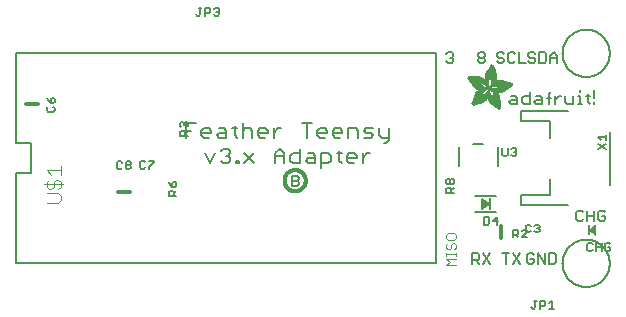
<source format=gbr>
G04 EAGLE Gerber RS-274X export*
G75*
%MOMM*%
%FSLAX34Y34*%
%LPD*%
%INSilkscreen Top*%
%IPPOS*%
%AMOC8*
5,1,8,0,0,1.08239X$1,22.5*%
G01*
%ADD10C,0.127000*%
%ADD11C,0.101600*%
%ADD12C,0.203200*%
%ADD13C,0.304800*%
%ADD14C,0.152400*%
%ADD15R,0.200000X1.000000*%
%ADD16R,0.050800X0.006300*%
%ADD17R,0.082600X0.006400*%
%ADD18R,0.120600X0.006300*%
%ADD19R,0.139700X0.006400*%
%ADD20R,0.158800X0.006300*%
%ADD21R,0.177800X0.006400*%
%ADD22R,0.196800X0.006300*%
%ADD23R,0.215900X0.006400*%
%ADD24R,0.228600X0.006300*%
%ADD25R,0.241300X0.006400*%
%ADD26R,0.254000X0.006300*%
%ADD27R,0.266700X0.006400*%
%ADD28R,0.279400X0.006300*%
%ADD29R,0.285700X0.006400*%
%ADD30R,0.298400X0.006300*%
%ADD31R,0.311200X0.006400*%
%ADD32R,0.317500X0.006300*%
%ADD33R,0.330200X0.006400*%
%ADD34R,0.336600X0.006300*%
%ADD35R,0.349200X0.006400*%
%ADD36R,0.361900X0.006300*%
%ADD37R,0.368300X0.006400*%
%ADD38R,0.381000X0.006300*%
%ADD39R,0.387300X0.006400*%
%ADD40R,0.393700X0.006300*%
%ADD41R,0.406400X0.006400*%
%ADD42R,0.412700X0.006300*%
%ADD43R,0.419100X0.006400*%
%ADD44R,0.431800X0.006300*%
%ADD45R,0.438100X0.006400*%
%ADD46R,0.450800X0.006300*%
%ADD47R,0.457200X0.006400*%
%ADD48R,0.463500X0.006300*%
%ADD49R,0.476200X0.006400*%
%ADD50R,0.482600X0.006300*%
%ADD51R,0.488900X0.006400*%
%ADD52R,0.501600X0.006300*%
%ADD53R,0.508000X0.006400*%
%ADD54R,0.514300X0.006300*%
%ADD55R,0.527000X0.006400*%
%ADD56R,0.533400X0.006300*%
%ADD57R,0.546100X0.006400*%
%ADD58R,0.552400X0.006300*%
%ADD59R,0.558800X0.006400*%
%ADD60R,0.571500X0.006300*%
%ADD61R,0.577800X0.006400*%
%ADD62R,0.584200X0.006300*%
%ADD63R,0.596900X0.006400*%
%ADD64R,0.603200X0.006300*%
%ADD65R,0.609600X0.006400*%
%ADD66R,0.622300X0.006300*%
%ADD67R,0.628600X0.006400*%
%ADD68R,0.641300X0.006300*%
%ADD69R,0.647700X0.006400*%
%ADD70R,0.063500X0.006300*%
%ADD71R,0.654000X0.006300*%
%ADD72R,0.101600X0.006400*%
%ADD73R,0.666700X0.006400*%
%ADD74R,0.139700X0.006300*%
%ADD75R,0.673100X0.006300*%
%ADD76R,0.165100X0.006400*%
%ADD77R,0.679400X0.006400*%
%ADD78R,0.196900X0.006300*%
%ADD79R,0.692100X0.006300*%
%ADD80R,0.222200X0.006400*%
%ADD81R,0.698500X0.006400*%
%ADD82R,0.247700X0.006300*%
%ADD83R,0.704800X0.006300*%
%ADD84R,0.279400X0.006400*%
%ADD85R,0.717500X0.006400*%
%ADD86R,0.298500X0.006300*%
%ADD87R,0.723900X0.006300*%
%ADD88R,0.736600X0.006400*%
%ADD89R,0.342900X0.006300*%
%ADD90R,0.742900X0.006300*%
%ADD91R,0.374700X0.006400*%
%ADD92R,0.749300X0.006400*%
%ADD93R,0.762000X0.006300*%
%ADD94R,0.412700X0.006400*%
%ADD95R,0.768300X0.006400*%
%ADD96R,0.438100X0.006300*%
%ADD97R,0.774700X0.006300*%
%ADD98R,0.463600X0.006400*%
%ADD99R,0.787400X0.006400*%
%ADD100R,0.793700X0.006300*%
%ADD101R,0.495300X0.006400*%
%ADD102R,0.800100X0.006400*%
%ADD103R,0.520700X0.006300*%
%ADD104R,0.812800X0.006300*%
%ADD105R,0.533400X0.006400*%
%ADD106R,0.819100X0.006400*%
%ADD107R,0.558800X0.006300*%
%ADD108R,0.825500X0.006300*%
%ADD109R,0.577900X0.006400*%
%ADD110R,0.831800X0.006400*%
%ADD111R,0.596900X0.006300*%
%ADD112R,0.844500X0.006300*%
%ADD113R,0.616000X0.006400*%
%ADD114R,0.850900X0.006400*%
%ADD115R,0.635000X0.006300*%
%ADD116R,0.857200X0.006300*%
%ADD117R,0.654100X0.006400*%
%ADD118R,0.863600X0.006400*%
%ADD119R,0.666700X0.006300*%
%ADD120R,0.869900X0.006300*%
%ADD121R,0.685800X0.006400*%
%ADD122R,0.876300X0.006400*%
%ADD123R,0.882600X0.006300*%
%ADD124R,0.723900X0.006400*%
%ADD125R,0.889000X0.006400*%
%ADD126R,0.895300X0.006300*%
%ADD127R,0.755700X0.006400*%
%ADD128R,0.901700X0.006400*%
%ADD129R,0.908000X0.006300*%
%ADD130R,0.793800X0.006400*%
%ADD131R,0.914400X0.006400*%
%ADD132R,0.806400X0.006300*%
%ADD133R,0.920700X0.006300*%
%ADD134R,0.825500X0.006400*%
%ADD135R,0.927100X0.006400*%
%ADD136R,0.933400X0.006300*%
%ADD137R,0.857300X0.006400*%
%ADD138R,0.939800X0.006400*%
%ADD139R,0.870000X0.006300*%
%ADD140R,0.939800X0.006300*%
%ADD141R,0.946100X0.006400*%
%ADD142R,0.952500X0.006300*%
%ADD143R,0.908000X0.006400*%
%ADD144R,0.958800X0.006400*%
%ADD145R,0.965200X0.006300*%
%ADD146R,0.965200X0.006400*%
%ADD147R,0.971500X0.006300*%
%ADD148R,0.952500X0.006400*%
%ADD149R,0.977900X0.006400*%
%ADD150R,0.958800X0.006300*%
%ADD151R,0.984200X0.006300*%
%ADD152R,0.971500X0.006400*%
%ADD153R,0.984200X0.006400*%
%ADD154R,0.990600X0.006300*%
%ADD155R,0.984300X0.006400*%
%ADD156R,0.996900X0.006400*%
%ADD157R,0.997000X0.006300*%
%ADD158R,0.996900X0.006300*%
%ADD159R,1.003300X0.006400*%
%ADD160R,1.016000X0.006300*%
%ADD161R,1.009600X0.006300*%
%ADD162R,1.016000X0.006400*%
%ADD163R,1.009600X0.006400*%
%ADD164R,1.022300X0.006300*%
%ADD165R,1.028700X0.006400*%
%ADD166R,1.035100X0.006300*%
%ADD167R,1.047800X0.006400*%
%ADD168R,1.054100X0.006300*%
%ADD169R,1.028700X0.006300*%
%ADD170R,1.054100X0.006400*%
%ADD171R,1.035000X0.006400*%
%ADD172R,1.060400X0.006300*%
%ADD173R,1.035000X0.006300*%
%ADD174R,1.060500X0.006400*%
%ADD175R,1.041400X0.006400*%
%ADD176R,1.066800X0.006300*%
%ADD177R,1.041400X0.006300*%
%ADD178R,1.079500X0.006400*%
%ADD179R,1.047700X0.006400*%
%ADD180R,1.085900X0.006300*%
%ADD181R,1.047700X0.006300*%
%ADD182R,1.085800X0.006400*%
%ADD183R,1.092200X0.006300*%
%ADD184R,1.085900X0.006400*%
%ADD185R,1.098600X0.006300*%
%ADD186R,1.098600X0.006400*%
%ADD187R,1.060400X0.006400*%
%ADD188R,1.104900X0.006300*%
%ADD189R,1.104900X0.006400*%
%ADD190R,1.066800X0.006400*%
%ADD191R,1.111200X0.006300*%
%ADD192R,1.117600X0.006400*%
%ADD193R,1.117600X0.006300*%
%ADD194R,1.073100X0.006300*%
%ADD195R,1.073100X0.006400*%
%ADD196R,1.124000X0.006300*%
%ADD197R,1.079500X0.006300*%
%ADD198R,1.123900X0.006400*%
%ADD199R,1.130300X0.006300*%
%ADD200R,1.130300X0.006400*%
%ADD201R,1.136700X0.006400*%
%ADD202R,1.136700X0.006300*%
%ADD203R,1.085800X0.006300*%
%ADD204R,1.136600X0.006400*%
%ADD205R,1.136600X0.006300*%
%ADD206R,1.143000X0.006400*%
%ADD207R,1.143000X0.006300*%
%ADD208R,1.149400X0.006300*%
%ADD209R,1.149300X0.006300*%
%ADD210R,1.149300X0.006400*%
%ADD211R,1.149400X0.006400*%
%ADD212R,1.155700X0.006400*%
%ADD213R,1.155700X0.006300*%
%ADD214R,1.060500X0.006300*%
%ADD215R,2.197100X0.006400*%
%ADD216R,2.197100X0.006300*%
%ADD217R,2.184400X0.006300*%
%ADD218R,2.184400X0.006400*%
%ADD219R,2.171700X0.006400*%
%ADD220R,2.171700X0.006300*%
%ADD221R,1.530300X0.006400*%
%ADD222R,1.505000X0.006300*%
%ADD223R,1.492300X0.006400*%
%ADD224R,1.485900X0.006300*%
%ADD225R,0.565200X0.006300*%
%ADD226R,1.473200X0.006400*%
%ADD227R,0.565200X0.006400*%
%ADD228R,1.460500X0.006300*%
%ADD229R,1.454100X0.006400*%
%ADD230R,0.552400X0.006400*%
%ADD231R,1.441500X0.006300*%
%ADD232R,0.546100X0.006300*%
%ADD233R,1.435100X0.006400*%
%ADD234R,0.539800X0.006400*%
%ADD235R,1.428800X0.006300*%
%ADD236R,1.422400X0.006400*%
%ADD237R,1.409700X0.006300*%
%ADD238R,0.527100X0.006300*%
%ADD239R,1.403300X0.006400*%
%ADD240R,0.527100X0.006400*%
%ADD241R,1.390700X0.006300*%
%ADD242R,1.384300X0.006400*%
%ADD243R,0.520700X0.006400*%
%ADD244R,1.384300X0.006300*%
%ADD245R,0.514400X0.006300*%
%ADD246R,1.371600X0.006400*%
%ADD247R,1.365200X0.006300*%
%ADD248R,0.508000X0.006300*%
%ADD249R,1.352600X0.006400*%
%ADD250R,0.501700X0.006400*%
%ADD251R,0.711200X0.006300*%
%ADD252R,0.603300X0.006300*%
%ADD253R,0.501700X0.006300*%
%ADD254R,0.692100X0.006400*%
%ADD255R,0.571500X0.006400*%
%ADD256R,0.679400X0.006300*%
%ADD257R,0.495300X0.006300*%
%ADD258R,0.673100X0.006400*%
%ADD259R,0.666800X0.006300*%
%ADD260R,0.488900X0.006300*%
%ADD261R,0.660400X0.006400*%
%ADD262R,0.482600X0.006400*%
%ADD263R,0.476200X0.006300*%
%ADD264R,0.654000X0.006400*%
%ADD265R,0.469900X0.006400*%
%ADD266R,0.476300X0.006400*%
%ADD267R,0.647700X0.006300*%
%ADD268R,0.457200X0.006300*%
%ADD269R,0.469900X0.006300*%
%ADD270R,0.641300X0.006400*%
%ADD271R,0.444500X0.006400*%
%ADD272R,0.463600X0.006300*%
%ADD273R,0.635000X0.006400*%
%ADD274R,0.463500X0.006400*%
%ADD275R,0.393700X0.006400*%
%ADD276R,0.450800X0.006400*%
%ADD277R,0.628600X0.006300*%
%ADD278R,0.387400X0.006300*%
%ADD279R,0.450900X0.006300*%
%ADD280R,0.628700X0.006400*%
%ADD281R,0.374600X0.006400*%
%ADD282R,0.368300X0.006300*%
%ADD283R,0.438200X0.006300*%
%ADD284R,0.622300X0.006400*%
%ADD285R,0.355600X0.006400*%
%ADD286R,0.431800X0.006400*%
%ADD287R,0.349300X0.006300*%
%ADD288R,0.425400X0.006300*%
%ADD289R,0.615900X0.006300*%
%ADD290R,0.330200X0.006300*%
%ADD291R,0.419100X0.006300*%
%ADD292R,0.616000X0.006300*%
%ADD293R,0.311200X0.006300*%
%ADD294R,0.406400X0.006300*%
%ADD295R,0.615900X0.006400*%
%ADD296R,0.304800X0.006400*%
%ADD297R,0.158800X0.006400*%
%ADD298R,0.609600X0.006300*%
%ADD299R,0.292100X0.006300*%
%ADD300R,0.235000X0.006300*%
%ADD301R,0.387400X0.006400*%
%ADD302R,0.292100X0.006400*%
%ADD303R,0.336500X0.006300*%
%ADD304R,0.260400X0.006300*%
%ADD305R,0.603300X0.006400*%
%ADD306R,0.260400X0.006400*%
%ADD307R,0.362000X0.006400*%
%ADD308R,0.450900X0.006400*%
%ADD309R,0.355600X0.006300*%
%ADD310R,0.342900X0.006400*%
%ADD311R,0.514300X0.006400*%
%ADD312R,0.234900X0.006300*%
%ADD313R,0.539700X0.006300*%
%ADD314R,0.603200X0.006400*%
%ADD315R,0.234900X0.006400*%
%ADD316R,0.920700X0.006400*%
%ADD317R,0.958900X0.006400*%
%ADD318R,0.215900X0.006300*%
%ADD319R,0.209600X0.006400*%
%ADD320R,0.203200X0.006300*%
%ADD321R,1.003300X0.006300*%
%ADD322R,0.203200X0.006400*%
%ADD323R,0.196900X0.006400*%
%ADD324R,0.190500X0.006300*%
%ADD325R,0.190500X0.006400*%
%ADD326R,0.184200X0.006300*%
%ADD327R,0.590500X0.006400*%
%ADD328R,0.184200X0.006400*%
%ADD329R,0.590500X0.006300*%
%ADD330R,0.177800X0.006300*%
%ADD331R,0.584200X0.006400*%
%ADD332R,1.168400X0.006400*%
%ADD333R,0.171500X0.006300*%
%ADD334R,1.187500X0.006300*%
%ADD335R,1.200100X0.006400*%
%ADD336R,0.577800X0.006300*%
%ADD337R,1.212900X0.006300*%
%ADD338R,1.231900X0.006400*%
%ADD339R,1.250900X0.006300*%
%ADD340R,0.565100X0.006400*%
%ADD341R,0.184100X0.006400*%
%ADD342R,1.263700X0.006400*%
%ADD343R,0.565100X0.006300*%
%ADD344R,1.289100X0.006300*%
%ADD345R,1.314400X0.006400*%
%ADD346R,0.552500X0.006300*%
%ADD347R,1.568500X0.006300*%
%ADD348R,0.552500X0.006400*%
%ADD349R,1.581200X0.006400*%
%ADD350R,1.593800X0.006300*%
%ADD351R,1.606500X0.006400*%
%ADD352R,1.619300X0.006300*%
%ADD353R,0.514400X0.006400*%
%ADD354R,1.638300X0.006400*%
%ADD355R,1.657300X0.006300*%
%ADD356R,2.209800X0.006400*%
%ADD357R,2.425700X0.006300*%
%ADD358R,2.470100X0.006400*%
%ADD359R,2.501900X0.006300*%
%ADD360R,2.533700X0.006400*%
%ADD361R,2.559000X0.006300*%
%ADD362R,2.584500X0.006400*%
%ADD363R,2.609900X0.006300*%
%ADD364R,2.628900X0.006400*%
%ADD365R,2.660600X0.006300*%
%ADD366R,2.673400X0.006400*%
%ADD367R,1.422400X0.006300*%
%ADD368R,1.200200X0.006300*%
%ADD369R,1.365300X0.006300*%
%ADD370R,1.365300X0.006400*%
%ADD371R,1.352500X0.006300*%
%ADD372R,1.098500X0.006300*%
%ADD373R,1.358900X0.006400*%
%ADD374R,1.352600X0.006300*%
%ADD375R,1.358900X0.006300*%
%ADD376R,1.371600X0.006300*%
%ADD377R,1.377900X0.006400*%
%ADD378R,1.397000X0.006400*%
%ADD379R,1.403300X0.006300*%
%ADD380R,0.914400X0.006300*%
%ADD381R,0.876300X0.006300*%
%ADD382R,0.374600X0.006300*%
%ADD383R,1.073200X0.006400*%
%ADD384R,0.374700X0.006300*%
%ADD385R,0.844600X0.006400*%
%ADD386R,0.844600X0.006300*%
%ADD387R,0.831900X0.006400*%
%ADD388R,1.092200X0.006400*%
%ADD389R,0.400000X0.006300*%
%ADD390R,0.819200X0.006400*%
%ADD391R,1.111300X0.006400*%
%ADD392R,0.812800X0.006400*%
%ADD393R,0.800100X0.006300*%
%ADD394R,0.476300X0.006300*%
%ADD395R,1.181100X0.006300*%
%ADD396R,0.501600X0.006400*%
%ADD397R,1.193800X0.006400*%
%ADD398R,0.781000X0.006400*%
%ADD399R,1.238200X0.006400*%
%ADD400R,0.781100X0.006300*%
%ADD401R,1.257300X0.006300*%
%ADD402R,1.295400X0.006400*%
%ADD403R,1.333500X0.006300*%
%ADD404R,0.774700X0.006400*%
%ADD405R,1.866900X0.006400*%
%ADD406R,0.209600X0.006300*%
%ADD407R,1.866900X0.006300*%
%ADD408R,0.768400X0.006400*%
%ADD409R,0.209500X0.006400*%
%ADD410R,1.860600X0.006400*%
%ADD411R,0.762000X0.006400*%
%ADD412R,0.768400X0.006300*%
%ADD413R,1.860600X0.006300*%
%ADD414R,1.860500X0.006400*%
%ADD415R,0.222300X0.006300*%
%ADD416R,1.854200X0.006300*%
%ADD417R,0.235000X0.006400*%
%ADD418R,1.854200X0.006400*%
%ADD419R,0.768300X0.006300*%
%ADD420R,0.260300X0.006400*%
%ADD421R,1.847800X0.006400*%
%ADD422R,0.266700X0.006300*%
%ADD423R,1.847800X0.006300*%
%ADD424R,0.273100X0.006400*%
%ADD425R,1.841500X0.006400*%
%ADD426R,0.285800X0.006300*%
%ADD427R,1.841500X0.006300*%
%ADD428R,0.298500X0.006400*%
%ADD429R,1.835100X0.006400*%
%ADD430R,0.781000X0.006300*%
%ADD431R,0.304800X0.006300*%
%ADD432R,1.835100X0.006300*%
%ADD433R,0.317500X0.006400*%
%ADD434R,1.828800X0.006400*%
%ADD435R,0.787400X0.006300*%
%ADD436R,0.323800X0.006300*%
%ADD437R,1.828800X0.006300*%
%ADD438R,0.793700X0.006400*%
%ADD439R,1.822400X0.006400*%
%ADD440R,0.806500X0.006300*%
%ADD441R,1.822400X0.006300*%
%ADD442R,1.816100X0.006400*%
%ADD443R,0.819100X0.006300*%
%ADD444R,0.387300X0.006300*%
%ADD445R,1.816100X0.006300*%
%ADD446R,1.809800X0.006400*%
%ADD447R,1.803400X0.006300*%
%ADD448R,1.797000X0.006400*%
%ADD449R,0.901700X0.006300*%
%ADD450R,1.797000X0.006300*%
%ADD451R,1.441400X0.006400*%
%ADD452R,1.790700X0.006400*%
%ADD453R,1.447800X0.006300*%
%ADD454R,1.784300X0.006300*%
%ADD455R,1.447800X0.006400*%
%ADD456R,1.784300X0.006400*%
%ADD457R,1.454100X0.006300*%
%ADD458R,1.771700X0.006300*%
%ADD459R,1.460500X0.006400*%
%ADD460R,1.759000X0.006400*%
%ADD461R,1.466800X0.006300*%
%ADD462R,1.752600X0.006300*%
%ADD463R,1.466800X0.006400*%
%ADD464R,1.739900X0.006400*%
%ADD465R,1.473200X0.006300*%
%ADD466R,1.727200X0.006300*%
%ADD467R,1.479500X0.006400*%
%ADD468R,1.714500X0.006400*%
%ADD469R,1.695400X0.006300*%
%ADD470R,1.485900X0.006400*%
%ADD471R,1.682700X0.006400*%
%ADD472R,1.492200X0.006300*%
%ADD473R,1.663700X0.006300*%
%ADD474R,1.498600X0.006400*%
%ADD475R,1.644600X0.006400*%
%ADD476R,1.498600X0.006300*%
%ADD477R,1.619200X0.006300*%
%ADD478R,1.511300X0.006400*%
%ADD479R,1.600200X0.006400*%
%ADD480R,1.517700X0.006300*%
%ADD481R,1.574800X0.006300*%
%ADD482R,1.524000X0.006400*%
%ADD483R,1.555800X0.006400*%
%ADD484R,1.524000X0.006300*%
%ADD485R,1.536700X0.006300*%
%ADD486R,1.530400X0.006400*%
%ADD487R,1.517700X0.006400*%
%ADD488R,1.492300X0.006300*%
%ADD489R,1.549400X0.006400*%
%ADD490R,1.479600X0.006400*%
%ADD491R,1.549400X0.006300*%
%ADD492R,1.555700X0.006400*%
%ADD493R,1.562100X0.006300*%
%ADD494R,0.323900X0.006300*%
%ADD495R,1.568400X0.006400*%
%ADD496R,0.336600X0.006400*%
%ADD497R,1.587500X0.006300*%
%ADD498R,0.971600X0.006300*%
%ADD499R,0.349300X0.006400*%
%ADD500R,1.600200X0.006300*%
%ADD501R,0.920800X0.006300*%
%ADD502R,0.882700X0.006400*%
%ADD503R,1.612900X0.006300*%
%ADD504R,0.362000X0.006300*%
%ADD505R,1.625600X0.006400*%
%ADD506R,1.625600X0.006300*%
%ADD507R,1.644600X0.006300*%
%ADD508R,0.736600X0.006300*%
%ADD509R,0.717600X0.006400*%
%ADD510R,1.657400X0.006300*%
%ADD511R,0.679500X0.006300*%
%ADD512R,1.663700X0.006400*%
%ADD513R,0.400000X0.006400*%
%ADD514R,1.676400X0.006300*%
%ADD515R,1.676400X0.006400*%
%ADD516R,0.425500X0.006400*%
%ADD517R,1.352500X0.006400*%
%ADD518R,0.444500X0.006300*%
%ADD519R,0.361900X0.006400*%
%ADD520R,0.088900X0.006300*%
%ADD521R,1.009700X0.006300*%
%ADD522R,1.009700X0.006400*%
%ADD523R,1.022300X0.006400*%
%ADD524R,1.346200X0.006400*%
%ADD525R,1.346200X0.006300*%
%ADD526R,1.339900X0.006400*%
%ADD527R,1.035100X0.006400*%
%ADD528R,1.339800X0.006300*%
%ADD529R,1.333500X0.006400*%
%ADD530R,1.327200X0.006400*%
%ADD531R,1.320800X0.006300*%
%ADD532R,1.314500X0.006400*%
%ADD533R,1.314400X0.006300*%
%ADD534R,1.301700X0.006400*%
%ADD535R,1.295400X0.006300*%
%ADD536R,1.289000X0.006400*%
%ADD537R,1.276300X0.006300*%
%ADD538R,1.251000X0.006300*%
%ADD539R,1.244600X0.006400*%
%ADD540R,1.231900X0.006300*%
%ADD541R,1.212800X0.006400*%
%ADD542R,1.200100X0.006300*%
%ADD543R,1.187400X0.006400*%
%ADD544R,1.168400X0.006300*%
%ADD545R,1.047800X0.006300*%
%ADD546R,0.977900X0.006300*%
%ADD547R,0.946200X0.006400*%
%ADD548R,0.933400X0.006400*%
%ADD549R,0.895300X0.006400*%
%ADD550R,0.882700X0.006300*%
%ADD551R,0.863600X0.006300*%
%ADD552R,0.857200X0.006400*%
%ADD553R,0.850900X0.006300*%
%ADD554R,0.838200X0.006300*%
%ADD555R,0.806500X0.006400*%
%ADD556R,0.717600X0.006300*%
%ADD557R,0.711200X0.006400*%
%ADD558R,0.641400X0.006400*%
%ADD559R,0.641400X0.006300*%
%ADD560R,0.628700X0.006300*%
%ADD561R,0.590600X0.006300*%
%ADD562R,0.539700X0.006400*%
%ADD563R,0.285700X0.006300*%
%ADD564R,0.222200X0.006300*%
%ADD565R,0.171400X0.006300*%
%ADD566R,0.152400X0.006400*%
%ADD567R,0.133400X0.006300*%
%ADD568R,0.190500X0.889000*%

G36*
X490242Y48772D02*
X490242Y48772D01*
X490259Y48770D01*
X490362Y48792D01*
X490467Y48810D01*
X490482Y48818D01*
X490500Y48822D01*
X490590Y48876D01*
X490684Y48926D01*
X490696Y48939D01*
X490711Y48948D01*
X490780Y49028D01*
X490852Y49105D01*
X490859Y49122D01*
X490871Y49135D01*
X490910Y49233D01*
X490954Y49329D01*
X490956Y49347D01*
X490963Y49363D01*
X490981Y49530D01*
X490981Y57150D01*
X490979Y57167D01*
X490980Y57182D01*
X490980Y57185D01*
X490959Y57289D01*
X490942Y57393D01*
X490933Y57408D01*
X490930Y57426D01*
X490876Y57517D01*
X490826Y57610D01*
X490814Y57622D01*
X490805Y57638D01*
X490725Y57707D01*
X490648Y57780D01*
X490632Y57787D01*
X490618Y57799D01*
X490521Y57839D01*
X490425Y57883D01*
X490407Y57885D01*
X490391Y57892D01*
X490285Y57899D01*
X490181Y57910D01*
X490163Y57906D01*
X490145Y57908D01*
X490043Y57880D01*
X489970Y57864D01*
X489967Y57864D01*
X489940Y57858D01*
X489925Y57849D01*
X489908Y57844D01*
X489763Y57759D01*
X484683Y53949D01*
X484680Y53946D01*
X484677Y53944D01*
X484595Y53857D01*
X484513Y53772D01*
X484511Y53768D01*
X484508Y53765D01*
X484458Y53656D01*
X484408Y53549D01*
X484408Y53545D01*
X484406Y53541D01*
X484393Y53423D01*
X484380Y53305D01*
X484380Y53301D01*
X484380Y53296D01*
X484406Y53180D01*
X484431Y53064D01*
X484433Y53060D01*
X484434Y53056D01*
X484495Y52954D01*
X484556Y52852D01*
X484559Y52849D01*
X484561Y52846D01*
X484683Y52731D01*
X489763Y48921D01*
X489779Y48913D01*
X489792Y48901D01*
X489888Y48856D01*
X489981Y48807D01*
X489999Y48804D01*
X490015Y48797D01*
X490120Y48785D01*
X490224Y48769D01*
X490242Y48772D01*
G37*
G36*
X395555Y72558D02*
X395555Y72558D01*
X395626Y72556D01*
X395696Y72575D01*
X395767Y72583D01*
X395822Y72608D01*
X395901Y72628D01*
X396004Y72689D01*
X396073Y72720D01*
X399073Y74720D01*
X399160Y74797D01*
X399250Y74870D01*
X399265Y74892D01*
X399285Y74910D01*
X399347Y75007D01*
X399414Y75102D01*
X399422Y75128D01*
X399437Y75150D01*
X399469Y75261D01*
X399507Y75371D01*
X399508Y75398D01*
X399515Y75423D01*
X399515Y75539D01*
X399521Y75655D01*
X399515Y75681D01*
X399515Y75708D01*
X399483Y75819D01*
X399457Y75932D01*
X399444Y75955D01*
X399436Y75981D01*
X399374Y76079D01*
X399318Y76180D01*
X399300Y76196D01*
X399285Y76221D01*
X399077Y76406D01*
X399073Y76410D01*
X396073Y78410D01*
X396009Y78441D01*
X395949Y78481D01*
X395881Y78502D01*
X395817Y78533D01*
X395746Y78545D01*
X395678Y78566D01*
X395607Y78568D01*
X395537Y78580D01*
X395465Y78572D01*
X395394Y78574D01*
X395325Y78556D01*
X395254Y78547D01*
X395188Y78520D01*
X395119Y78502D01*
X395058Y78465D01*
X394992Y78438D01*
X394936Y78393D01*
X394874Y78357D01*
X394825Y78305D01*
X394770Y78260D01*
X394729Y78202D01*
X394680Y78149D01*
X394647Y78086D01*
X394606Y78028D01*
X394583Y77960D01*
X394550Y77896D01*
X394540Y77837D01*
X394513Y77759D01*
X394507Y77640D01*
X394495Y77565D01*
X394495Y73565D01*
X394505Y73494D01*
X394505Y73422D01*
X394525Y73354D01*
X394535Y73284D01*
X394564Y73218D01*
X394584Y73149D01*
X394622Y73089D01*
X394651Y73024D01*
X394697Y72969D01*
X394735Y72909D01*
X394789Y72861D01*
X394835Y72807D01*
X394894Y72767D01*
X394948Y72720D01*
X395012Y72689D01*
X395071Y72650D01*
X395140Y72628D01*
X395204Y72597D01*
X395274Y72585D01*
X395342Y72564D01*
X395414Y72562D01*
X395485Y72550D01*
X395555Y72558D01*
G37*
D10*
X390927Y202360D02*
X392410Y203843D01*
X395376Y203843D01*
X396859Y202360D01*
X396859Y200877D01*
X395376Y199394D01*
X396859Y197911D01*
X396859Y196428D01*
X395376Y194945D01*
X392410Y194945D01*
X390927Y196428D01*
X390927Y197911D01*
X392410Y199394D01*
X390927Y200877D01*
X390927Y202360D01*
X392410Y199394D02*
X395376Y199394D01*
D11*
X372237Y23601D02*
X364356Y23601D01*
X366983Y26228D01*
X364356Y28855D01*
X372237Y28855D01*
X372237Y31787D02*
X372237Y34413D01*
X372237Y33100D02*
X364356Y33100D01*
X364356Y31787D02*
X364356Y34413D01*
X364356Y41184D02*
X365670Y42498D01*
X364356Y41184D02*
X364356Y38557D01*
X365670Y37244D01*
X366983Y37244D01*
X368297Y38557D01*
X368297Y41184D01*
X369610Y42498D01*
X370924Y42498D01*
X372237Y41184D01*
X372237Y38557D01*
X370924Y37244D01*
X364356Y46743D02*
X364356Y49370D01*
X364356Y46743D02*
X365670Y45429D01*
X370924Y45429D01*
X372237Y46743D01*
X372237Y49370D01*
X370924Y50683D01*
X365670Y50683D01*
X364356Y49370D01*
D10*
X412904Y202360D02*
X411421Y203843D01*
X408455Y203843D01*
X406972Y202360D01*
X406972Y200877D01*
X408455Y199394D01*
X411421Y199394D01*
X412904Y197911D01*
X412904Y196428D01*
X411421Y194945D01*
X408455Y194945D01*
X406972Y196428D01*
X420776Y203843D02*
X422259Y202360D01*
X420776Y203843D02*
X417810Y203843D01*
X416327Y202360D01*
X416327Y196428D01*
X417810Y194945D01*
X420776Y194945D01*
X422259Y196428D01*
X425683Y194945D02*
X425683Y203843D01*
X425683Y194945D02*
X431614Y194945D01*
X439574Y202360D02*
X438091Y203843D01*
X435125Y203843D01*
X433642Y202360D01*
X433642Y200877D01*
X435125Y199394D01*
X438091Y199394D01*
X439574Y197911D01*
X439574Y196428D01*
X438091Y194945D01*
X435125Y194945D01*
X433642Y196428D01*
X442997Y194945D02*
X442997Y203843D01*
X442997Y194945D02*
X447446Y194945D01*
X448929Y196428D01*
X448929Y202360D01*
X447446Y203843D01*
X442997Y203843D01*
X452353Y200877D02*
X452353Y194945D01*
X452353Y200877D02*
X455318Y203843D01*
X458284Y200877D01*
X458284Y194945D01*
X458284Y199394D02*
X452353Y199394D01*
X386250Y33663D02*
X386250Y24765D01*
X386250Y33663D02*
X390699Y33663D01*
X392182Y32180D01*
X392182Y29214D01*
X390699Y27731D01*
X386250Y27731D01*
X389216Y27731D02*
X392182Y24765D01*
X401537Y24765D02*
X395605Y33663D01*
X401537Y33663D02*
X395605Y24765D01*
X414616Y24765D02*
X414616Y33663D01*
X411650Y33663D02*
X417582Y33663D01*
X421005Y33663D02*
X426937Y24765D01*
X421005Y24765D02*
X426937Y33663D01*
X364257Y202360D02*
X365740Y203843D01*
X368706Y203843D01*
X370189Y202360D01*
X370189Y200877D01*
X368706Y199394D01*
X367223Y199394D01*
X368706Y199394D02*
X370189Y197911D01*
X370189Y196428D01*
X368706Y194945D01*
X365740Y194945D01*
X364257Y196428D01*
X436821Y33663D02*
X438304Y32180D01*
X436821Y33663D02*
X433855Y33663D01*
X432372Y32180D01*
X432372Y26248D01*
X433855Y24765D01*
X436821Y24765D01*
X438304Y26248D01*
X438304Y29214D01*
X435338Y29214D01*
X441727Y24765D02*
X441727Y33663D01*
X447659Y24765D01*
X447659Y33663D01*
X451083Y33663D02*
X451083Y24765D01*
X455531Y24765D01*
X457014Y26248D01*
X457014Y32180D01*
X455531Y33663D01*
X451083Y33663D01*
X480214Y68375D02*
X478731Y69858D01*
X475765Y69858D01*
X474282Y68375D01*
X474282Y62443D01*
X475765Y60960D01*
X478731Y60960D01*
X480214Y62443D01*
X483637Y60960D02*
X483637Y69858D01*
X483637Y65409D02*
X489569Y65409D01*
X489569Y69858D02*
X489569Y60960D01*
X497441Y69858D02*
X498924Y68375D01*
X497441Y69858D02*
X494476Y69858D01*
X492993Y68375D01*
X492993Y62443D01*
X494476Y60960D01*
X497441Y60960D01*
X498924Y62443D01*
X498924Y65409D01*
X495958Y65409D01*
X422666Y166799D02*
X419277Y166799D01*
X422666Y166799D02*
X424361Y165104D01*
X424361Y160020D01*
X419277Y160020D01*
X417582Y161715D01*
X419277Y163410D01*
X424361Y163410D01*
X434886Y160020D02*
X434886Y170189D01*
X434886Y160020D02*
X429801Y160020D01*
X428106Y161715D01*
X428106Y165104D01*
X429801Y166799D01*
X434886Y166799D01*
X440326Y166799D02*
X443715Y166799D01*
X445410Y165104D01*
X445410Y160020D01*
X440326Y160020D01*
X438631Y161715D01*
X440326Y163410D01*
X445410Y163410D01*
X450850Y160020D02*
X450850Y168494D01*
X452545Y170189D01*
X452545Y165104D02*
X449156Y165104D01*
X456172Y166799D02*
X456172Y160020D01*
X456172Y163410D02*
X459562Y166799D01*
X461256Y166799D01*
X464943Y166799D02*
X464943Y161715D01*
X466637Y160020D01*
X471722Y160020D01*
X471722Y166799D01*
X475467Y166799D02*
X477162Y166799D01*
X477162Y160020D01*
X475467Y160020D02*
X478857Y160020D01*
X477162Y170189D02*
X477162Y171883D01*
X484178Y168494D02*
X484178Y161715D01*
X485873Y160020D01*
X485873Y166799D02*
X482483Y166799D01*
X489500Y161715D02*
X489500Y160020D01*
X489500Y165104D02*
X489500Y171883D01*
D12*
X143749Y143774D02*
X143749Y131572D01*
X143749Y143774D02*
X151884Y143774D01*
X147817Y137673D02*
X143749Y137673D01*
X158880Y131572D02*
X162948Y131572D01*
X158880Y131572D02*
X156847Y133606D01*
X156847Y137673D01*
X158880Y139707D01*
X162948Y139707D01*
X164982Y137673D01*
X164982Y135639D01*
X156847Y135639D01*
X171978Y139707D02*
X176045Y139707D01*
X178079Y137673D01*
X178079Y131572D01*
X171978Y131572D01*
X169944Y133606D01*
X171978Y135639D01*
X178079Y135639D01*
X185075Y133606D02*
X185075Y141741D01*
X185075Y133606D02*
X187109Y131572D01*
X187109Y139707D02*
X183041Y139707D01*
X191773Y143774D02*
X191773Y131572D01*
X191773Y137673D02*
X193806Y139707D01*
X197874Y139707D01*
X199908Y137673D01*
X199908Y131572D01*
X206904Y131572D02*
X210971Y131572D01*
X206904Y131572D02*
X204870Y133606D01*
X204870Y137673D01*
X206904Y139707D01*
X210971Y139707D01*
X213005Y137673D01*
X213005Y135639D01*
X204870Y135639D01*
X217967Y131572D02*
X217967Y139707D01*
X217967Y135639D02*
X222035Y139707D01*
X224068Y139707D01*
X246046Y143774D02*
X246046Y131572D01*
X241979Y143774D02*
X250114Y143774D01*
X257110Y131572D02*
X261177Y131572D01*
X257110Y131572D02*
X255076Y133606D01*
X255076Y137673D01*
X257110Y139707D01*
X261177Y139707D01*
X263211Y137673D01*
X263211Y135639D01*
X255076Y135639D01*
X270207Y131572D02*
X274274Y131572D01*
X270207Y131572D02*
X268173Y133606D01*
X268173Y137673D01*
X270207Y139707D01*
X274274Y139707D01*
X276308Y137673D01*
X276308Y135639D01*
X268173Y135639D01*
X281271Y131572D02*
X281271Y139707D01*
X287372Y139707D01*
X289405Y137673D01*
X289405Y131572D01*
X294368Y131572D02*
X300469Y131572D01*
X302503Y133606D01*
X300469Y135639D01*
X296402Y135639D01*
X294368Y137673D01*
X296402Y139707D01*
X302503Y139707D01*
X307465Y139707D02*
X307465Y133606D01*
X309499Y131572D01*
X315600Y131572D01*
X315600Y129538D02*
X315600Y139707D01*
X315600Y129538D02*
X313566Y127505D01*
X311533Y127505D01*
X164188Y110236D02*
X160121Y118371D01*
X168256Y118371D02*
X164188Y110236D01*
X173218Y120405D02*
X175252Y122438D01*
X179319Y122438D01*
X181353Y120405D01*
X181353Y118371D01*
X179319Y116337D01*
X177286Y116337D01*
X179319Y116337D02*
X181353Y114303D01*
X181353Y112270D01*
X179319Y110236D01*
X175252Y110236D01*
X173218Y112270D01*
X186316Y112270D02*
X186316Y110236D01*
X186316Y112270D02*
X188349Y112270D01*
X188349Y110236D01*
X186316Y110236D01*
X192864Y118371D02*
X200999Y110236D01*
X192864Y110236D02*
X200999Y118371D01*
X219059Y118371D02*
X219059Y110236D01*
X219059Y118371D02*
X223126Y122438D01*
X227194Y118371D01*
X227194Y110236D01*
X227194Y116337D02*
X219059Y116337D01*
X240291Y122438D02*
X240291Y110236D01*
X234190Y110236D01*
X232156Y112270D01*
X232156Y116337D01*
X234190Y118371D01*
X240291Y118371D01*
X247287Y118371D02*
X251354Y118371D01*
X253388Y116337D01*
X253388Y110236D01*
X247287Y110236D01*
X245253Y112270D01*
X247287Y114303D01*
X253388Y114303D01*
X258350Y118371D02*
X258350Y106169D01*
X258350Y118371D02*
X264452Y118371D01*
X266485Y116337D01*
X266485Y112270D01*
X264452Y110236D01*
X258350Y110236D01*
X273481Y112270D02*
X273481Y120405D01*
X273481Y112270D02*
X275515Y110236D01*
X275515Y118371D02*
X271448Y118371D01*
X282213Y110236D02*
X286280Y110236D01*
X282213Y110236D02*
X280179Y112270D01*
X280179Y116337D01*
X282213Y118371D01*
X286280Y118371D01*
X288314Y116337D01*
X288314Y114303D01*
X280179Y114303D01*
X293276Y110236D02*
X293276Y118371D01*
X293276Y114303D02*
X297344Y118371D01*
X299378Y118371D01*
D13*
X18180Y159970D02*
X8020Y159970D01*
D14*
X26056Y156944D02*
X27158Y158045D01*
X26056Y156944D02*
X26056Y154740D01*
X27158Y153639D01*
X31564Y153639D01*
X32666Y154740D01*
X32666Y156944D01*
X31564Y158045D01*
X27158Y163326D02*
X26056Y165529D01*
X27158Y163326D02*
X29361Y161123D01*
X31564Y161123D01*
X32666Y162224D01*
X32666Y164428D01*
X31564Y165529D01*
X30463Y165529D01*
X29361Y164428D01*
X29361Y161123D01*
X108082Y112172D02*
X109183Y111070D01*
X108082Y112172D02*
X105879Y112172D01*
X104777Y111070D01*
X104777Y106664D01*
X105879Y105562D01*
X108082Y105562D01*
X109183Y106664D01*
X112261Y112172D02*
X116668Y112172D01*
X116668Y111070D01*
X112261Y106664D01*
X112261Y105562D01*
D13*
X96370Y85690D02*
X86210Y85690D01*
D14*
X89583Y110660D02*
X88482Y111762D01*
X86279Y111762D01*
X85177Y110660D01*
X85177Y106254D01*
X86279Y105152D01*
X88482Y105152D01*
X89583Y106254D01*
X92661Y110660D02*
X93763Y111762D01*
X95966Y111762D01*
X97068Y110660D01*
X97068Y109558D01*
X95966Y108457D01*
X97068Y107355D01*
X97068Y106254D01*
X95966Y105152D01*
X93763Y105152D01*
X92661Y106254D01*
X92661Y107355D01*
X93763Y108457D01*
X92661Y109558D01*
X92661Y110660D01*
X93763Y108457D02*
X95966Y108457D01*
D12*
X462600Y203200D02*
X462606Y203691D01*
X462624Y204181D01*
X462654Y204671D01*
X462696Y205160D01*
X462750Y205648D01*
X462816Y206135D01*
X462894Y206619D01*
X462984Y207102D01*
X463086Y207582D01*
X463199Y208060D01*
X463324Y208534D01*
X463461Y209006D01*
X463609Y209474D01*
X463769Y209938D01*
X463940Y210398D01*
X464122Y210854D01*
X464316Y211305D01*
X464520Y211751D01*
X464736Y212192D01*
X464962Y212628D01*
X465198Y213058D01*
X465445Y213482D01*
X465703Y213900D01*
X465971Y214311D01*
X466248Y214716D01*
X466536Y215114D01*
X466833Y215505D01*
X467140Y215888D01*
X467456Y216263D01*
X467781Y216631D01*
X468115Y216991D01*
X468458Y217342D01*
X468809Y217685D01*
X469169Y218019D01*
X469537Y218344D01*
X469912Y218660D01*
X470295Y218967D01*
X470686Y219264D01*
X471084Y219552D01*
X471489Y219829D01*
X471900Y220097D01*
X472318Y220355D01*
X472742Y220602D01*
X473172Y220838D01*
X473608Y221064D01*
X474049Y221280D01*
X474495Y221484D01*
X474946Y221678D01*
X475402Y221860D01*
X475862Y222031D01*
X476326Y222191D01*
X476794Y222339D01*
X477266Y222476D01*
X477740Y222601D01*
X478218Y222714D01*
X478698Y222816D01*
X479181Y222906D01*
X479665Y222984D01*
X480152Y223050D01*
X480640Y223104D01*
X481129Y223146D01*
X481619Y223176D01*
X482109Y223194D01*
X482600Y223200D01*
X483091Y223194D01*
X483581Y223176D01*
X484071Y223146D01*
X484560Y223104D01*
X485048Y223050D01*
X485535Y222984D01*
X486019Y222906D01*
X486502Y222816D01*
X486982Y222714D01*
X487460Y222601D01*
X487934Y222476D01*
X488406Y222339D01*
X488874Y222191D01*
X489338Y222031D01*
X489798Y221860D01*
X490254Y221678D01*
X490705Y221484D01*
X491151Y221280D01*
X491592Y221064D01*
X492028Y220838D01*
X492458Y220602D01*
X492882Y220355D01*
X493300Y220097D01*
X493711Y219829D01*
X494116Y219552D01*
X494514Y219264D01*
X494905Y218967D01*
X495288Y218660D01*
X495663Y218344D01*
X496031Y218019D01*
X496391Y217685D01*
X496742Y217342D01*
X497085Y216991D01*
X497419Y216631D01*
X497744Y216263D01*
X498060Y215888D01*
X498367Y215505D01*
X498664Y215114D01*
X498952Y214716D01*
X499229Y214311D01*
X499497Y213900D01*
X499755Y213482D01*
X500002Y213058D01*
X500238Y212628D01*
X500464Y212192D01*
X500680Y211751D01*
X500884Y211305D01*
X501078Y210854D01*
X501260Y210398D01*
X501431Y209938D01*
X501591Y209474D01*
X501739Y209006D01*
X501876Y208534D01*
X502001Y208060D01*
X502114Y207582D01*
X502216Y207102D01*
X502306Y206619D01*
X502384Y206135D01*
X502450Y205648D01*
X502504Y205160D01*
X502546Y204671D01*
X502576Y204181D01*
X502594Y203691D01*
X502600Y203200D01*
X502594Y202709D01*
X502576Y202219D01*
X502546Y201729D01*
X502504Y201240D01*
X502450Y200752D01*
X502384Y200265D01*
X502306Y199781D01*
X502216Y199298D01*
X502114Y198818D01*
X502001Y198340D01*
X501876Y197866D01*
X501739Y197394D01*
X501591Y196926D01*
X501431Y196462D01*
X501260Y196002D01*
X501078Y195546D01*
X500884Y195095D01*
X500680Y194649D01*
X500464Y194208D01*
X500238Y193772D01*
X500002Y193342D01*
X499755Y192918D01*
X499497Y192500D01*
X499229Y192089D01*
X498952Y191684D01*
X498664Y191286D01*
X498367Y190895D01*
X498060Y190512D01*
X497744Y190137D01*
X497419Y189769D01*
X497085Y189409D01*
X496742Y189058D01*
X496391Y188715D01*
X496031Y188381D01*
X495663Y188056D01*
X495288Y187740D01*
X494905Y187433D01*
X494514Y187136D01*
X494116Y186848D01*
X493711Y186571D01*
X493300Y186303D01*
X492882Y186045D01*
X492458Y185798D01*
X492028Y185562D01*
X491592Y185336D01*
X491151Y185120D01*
X490705Y184916D01*
X490254Y184722D01*
X489798Y184540D01*
X489338Y184369D01*
X488874Y184209D01*
X488406Y184061D01*
X487934Y183924D01*
X487460Y183799D01*
X486982Y183686D01*
X486502Y183584D01*
X486019Y183494D01*
X485535Y183416D01*
X485048Y183350D01*
X484560Y183296D01*
X484071Y183254D01*
X483581Y183224D01*
X483091Y183206D01*
X482600Y183200D01*
X482109Y183206D01*
X481619Y183224D01*
X481129Y183254D01*
X480640Y183296D01*
X480152Y183350D01*
X479665Y183416D01*
X479181Y183494D01*
X478698Y183584D01*
X478218Y183686D01*
X477740Y183799D01*
X477266Y183924D01*
X476794Y184061D01*
X476326Y184209D01*
X475862Y184369D01*
X475402Y184540D01*
X474946Y184722D01*
X474495Y184916D01*
X474049Y185120D01*
X473608Y185336D01*
X473172Y185562D01*
X472742Y185798D01*
X472318Y186045D01*
X471900Y186303D01*
X471489Y186571D01*
X471084Y186848D01*
X470686Y187136D01*
X470295Y187433D01*
X469912Y187740D01*
X469537Y188056D01*
X469169Y188381D01*
X468809Y188715D01*
X468458Y189058D01*
X468115Y189409D01*
X467781Y189769D01*
X467456Y190137D01*
X467140Y190512D01*
X466833Y190895D01*
X466536Y191286D01*
X466248Y191684D01*
X465971Y192089D01*
X465703Y192500D01*
X465445Y192918D01*
X465198Y193342D01*
X464962Y193772D01*
X464736Y194208D01*
X464520Y194649D01*
X464316Y195095D01*
X464122Y195546D01*
X463940Y196002D01*
X463769Y196462D01*
X463609Y196926D01*
X463461Y197394D01*
X463324Y197866D01*
X463199Y198340D01*
X463086Y198818D01*
X462984Y199298D01*
X462894Y199781D01*
X462816Y200265D01*
X462750Y200752D01*
X462696Y201240D01*
X462654Y201729D01*
X462624Y202219D01*
X462606Y202709D01*
X462600Y203200D01*
X462600Y25400D02*
X462606Y25891D01*
X462624Y26381D01*
X462654Y26871D01*
X462696Y27360D01*
X462750Y27848D01*
X462816Y28335D01*
X462894Y28819D01*
X462984Y29302D01*
X463086Y29782D01*
X463199Y30260D01*
X463324Y30734D01*
X463461Y31206D01*
X463609Y31674D01*
X463769Y32138D01*
X463940Y32598D01*
X464122Y33054D01*
X464316Y33505D01*
X464520Y33951D01*
X464736Y34392D01*
X464962Y34828D01*
X465198Y35258D01*
X465445Y35682D01*
X465703Y36100D01*
X465971Y36511D01*
X466248Y36916D01*
X466536Y37314D01*
X466833Y37705D01*
X467140Y38088D01*
X467456Y38463D01*
X467781Y38831D01*
X468115Y39191D01*
X468458Y39542D01*
X468809Y39885D01*
X469169Y40219D01*
X469537Y40544D01*
X469912Y40860D01*
X470295Y41167D01*
X470686Y41464D01*
X471084Y41752D01*
X471489Y42029D01*
X471900Y42297D01*
X472318Y42555D01*
X472742Y42802D01*
X473172Y43038D01*
X473608Y43264D01*
X474049Y43480D01*
X474495Y43684D01*
X474946Y43878D01*
X475402Y44060D01*
X475862Y44231D01*
X476326Y44391D01*
X476794Y44539D01*
X477266Y44676D01*
X477740Y44801D01*
X478218Y44914D01*
X478698Y45016D01*
X479181Y45106D01*
X479665Y45184D01*
X480152Y45250D01*
X480640Y45304D01*
X481129Y45346D01*
X481619Y45376D01*
X482109Y45394D01*
X482600Y45400D01*
X483091Y45394D01*
X483581Y45376D01*
X484071Y45346D01*
X484560Y45304D01*
X485048Y45250D01*
X485535Y45184D01*
X486019Y45106D01*
X486502Y45016D01*
X486982Y44914D01*
X487460Y44801D01*
X487934Y44676D01*
X488406Y44539D01*
X488874Y44391D01*
X489338Y44231D01*
X489798Y44060D01*
X490254Y43878D01*
X490705Y43684D01*
X491151Y43480D01*
X491592Y43264D01*
X492028Y43038D01*
X492458Y42802D01*
X492882Y42555D01*
X493300Y42297D01*
X493711Y42029D01*
X494116Y41752D01*
X494514Y41464D01*
X494905Y41167D01*
X495288Y40860D01*
X495663Y40544D01*
X496031Y40219D01*
X496391Y39885D01*
X496742Y39542D01*
X497085Y39191D01*
X497419Y38831D01*
X497744Y38463D01*
X498060Y38088D01*
X498367Y37705D01*
X498664Y37314D01*
X498952Y36916D01*
X499229Y36511D01*
X499497Y36100D01*
X499755Y35682D01*
X500002Y35258D01*
X500238Y34828D01*
X500464Y34392D01*
X500680Y33951D01*
X500884Y33505D01*
X501078Y33054D01*
X501260Y32598D01*
X501431Y32138D01*
X501591Y31674D01*
X501739Y31206D01*
X501876Y30734D01*
X502001Y30260D01*
X502114Y29782D01*
X502216Y29302D01*
X502306Y28819D01*
X502384Y28335D01*
X502450Y27848D01*
X502504Y27360D01*
X502546Y26871D01*
X502576Y26381D01*
X502594Y25891D01*
X502600Y25400D01*
X502594Y24909D01*
X502576Y24419D01*
X502546Y23929D01*
X502504Y23440D01*
X502450Y22952D01*
X502384Y22465D01*
X502306Y21981D01*
X502216Y21498D01*
X502114Y21018D01*
X502001Y20540D01*
X501876Y20066D01*
X501739Y19594D01*
X501591Y19126D01*
X501431Y18662D01*
X501260Y18202D01*
X501078Y17746D01*
X500884Y17295D01*
X500680Y16849D01*
X500464Y16408D01*
X500238Y15972D01*
X500002Y15542D01*
X499755Y15118D01*
X499497Y14700D01*
X499229Y14289D01*
X498952Y13884D01*
X498664Y13486D01*
X498367Y13095D01*
X498060Y12712D01*
X497744Y12337D01*
X497419Y11969D01*
X497085Y11609D01*
X496742Y11258D01*
X496391Y10915D01*
X496031Y10581D01*
X495663Y10256D01*
X495288Y9940D01*
X494905Y9633D01*
X494514Y9336D01*
X494116Y9048D01*
X493711Y8771D01*
X493300Y8503D01*
X492882Y8245D01*
X492458Y7998D01*
X492028Y7762D01*
X491592Y7536D01*
X491151Y7320D01*
X490705Y7116D01*
X490254Y6922D01*
X489798Y6740D01*
X489338Y6569D01*
X488874Y6409D01*
X488406Y6261D01*
X487934Y6124D01*
X487460Y5999D01*
X486982Y5886D01*
X486502Y5784D01*
X486019Y5694D01*
X485535Y5616D01*
X485048Y5550D01*
X484560Y5496D01*
X484071Y5454D01*
X483581Y5424D01*
X483091Y5406D01*
X482600Y5400D01*
X482109Y5406D01*
X481619Y5424D01*
X481129Y5454D01*
X480640Y5496D01*
X480152Y5550D01*
X479665Y5616D01*
X479181Y5694D01*
X478698Y5784D01*
X478218Y5886D01*
X477740Y5999D01*
X477266Y6124D01*
X476794Y6261D01*
X476326Y6409D01*
X475862Y6569D01*
X475402Y6740D01*
X474946Y6922D01*
X474495Y7116D01*
X474049Y7320D01*
X473608Y7536D01*
X473172Y7762D01*
X472742Y7998D01*
X472318Y8245D01*
X471900Y8503D01*
X471489Y8771D01*
X471084Y9048D01*
X470686Y9336D01*
X470295Y9633D01*
X469912Y9940D01*
X469537Y10256D01*
X469169Y10581D01*
X468809Y10915D01*
X468458Y11258D01*
X468115Y11609D01*
X467781Y11969D01*
X467456Y12337D01*
X467140Y12712D01*
X466833Y13095D01*
X466536Y13486D01*
X466248Y13884D01*
X465971Y14289D01*
X465703Y14700D01*
X465445Y15118D01*
X465198Y15542D01*
X464962Y15972D01*
X464736Y16408D01*
X464520Y16849D01*
X464316Y17295D01*
X464122Y17746D01*
X463940Y18202D01*
X463769Y18662D01*
X463609Y19126D01*
X463461Y19594D01*
X463324Y20066D01*
X463199Y20540D01*
X463086Y21018D01*
X462984Y21498D01*
X462894Y21981D01*
X462816Y22465D01*
X462750Y22952D01*
X462696Y23440D01*
X462654Y23929D01*
X462624Y24419D01*
X462606Y24909D01*
X462600Y25400D01*
X406240Y68565D02*
X388780Y68565D01*
X388780Y82565D02*
X406240Y82565D01*
X400510Y75565D02*
X394510Y71565D01*
X394510Y79565D01*
X400510Y75565D01*
D15*
X401510Y75565D03*
D14*
X396004Y64649D02*
X396004Y58039D01*
X399309Y58039D01*
X400410Y59141D01*
X400410Y63547D01*
X399309Y64649D01*
X396004Y64649D01*
X406793Y64649D02*
X406793Y58039D01*
X403488Y61344D02*
X406793Y64649D01*
X407894Y61344D02*
X403488Y61344D01*
X436272Y-11852D02*
X437373Y-12954D01*
X438475Y-12954D01*
X439576Y-11852D01*
X439576Y-6344D01*
X438475Y-6344D02*
X440678Y-6344D01*
X443756Y-6344D02*
X443756Y-12954D01*
X443756Y-6344D02*
X447061Y-6344D01*
X448162Y-7446D01*
X448162Y-9649D01*
X447061Y-10751D01*
X443756Y-10751D01*
X451240Y-8548D02*
X453443Y-6344D01*
X453443Y-12954D01*
X451240Y-12954D02*
X455646Y-12954D01*
D16*
X408908Y155131D03*
D17*
X408940Y155194D03*
D18*
X408940Y155258D03*
D19*
X408909Y155321D03*
D20*
X408940Y155385D03*
D21*
X408908Y155448D03*
D22*
X408940Y155512D03*
D23*
X408909Y155575D03*
D24*
X408908Y155639D03*
D25*
X408845Y155702D03*
D26*
X408845Y155766D03*
D27*
X408782Y155829D03*
D28*
X408781Y155893D03*
D29*
X408750Y155956D03*
D30*
X408686Y156020D03*
D31*
X408686Y156083D03*
D32*
X408655Y156147D03*
D33*
X408591Y156210D03*
D34*
X408559Y156274D03*
D35*
X408559Y156337D03*
D36*
X408496Y156401D03*
D37*
X408464Y156464D03*
D38*
X408400Y156528D03*
D39*
X408369Y156591D03*
D40*
X408337Y156655D03*
D41*
X408273Y156718D03*
D42*
X408242Y156782D03*
D43*
X408210Y156845D03*
D44*
X408146Y156909D03*
D45*
X408115Y156972D03*
D46*
X408051Y157036D03*
D47*
X408019Y157099D03*
D48*
X407988Y157163D03*
D49*
X407924Y157226D03*
D50*
X407892Y157290D03*
D51*
X407861Y157353D03*
D52*
X407797Y157417D03*
D53*
X407765Y157480D03*
D54*
X407734Y157544D03*
D55*
X407670Y157607D03*
D56*
X407638Y157671D03*
D57*
X407575Y157734D03*
D58*
X407543Y157798D03*
D59*
X407511Y157861D03*
D60*
X407448Y157925D03*
D61*
X407416Y157988D03*
D62*
X407384Y158052D03*
D63*
X407321Y158115D03*
D64*
X407289Y158179D03*
D65*
X407257Y158242D03*
D66*
X407194Y158306D03*
D67*
X407162Y158369D03*
D68*
X407099Y158433D03*
D69*
X407067Y158496D03*
D70*
X387255Y158560D03*
D71*
X407035Y158560D03*
D72*
X387255Y158623D03*
D73*
X406972Y158623D03*
D74*
X387319Y158687D03*
D75*
X406940Y158687D03*
D76*
X387382Y158750D03*
D77*
X406908Y158750D03*
D78*
X387414Y158814D03*
D79*
X406845Y158814D03*
D80*
X387477Y158877D03*
D81*
X406813Y158877D03*
D82*
X387541Y158941D03*
D83*
X406781Y158941D03*
D84*
X387636Y159004D03*
D85*
X406718Y159004D03*
D86*
X387668Y159068D03*
D87*
X406686Y159068D03*
D33*
X387763Y159131D03*
D88*
X406622Y159131D03*
D89*
X387827Y159195D03*
D90*
X406591Y159195D03*
D91*
X387922Y159258D03*
D92*
X406559Y159258D03*
D40*
X388017Y159322D03*
D93*
X406495Y159322D03*
D94*
X388049Y159385D03*
D95*
X406464Y159385D03*
D96*
X388176Y159449D03*
D97*
X406432Y159449D03*
D98*
X388239Y159512D03*
D99*
X406368Y159512D03*
D50*
X388334Y159576D03*
D100*
X406337Y159576D03*
D101*
X388398Y159639D03*
D102*
X406305Y159639D03*
D103*
X388525Y159703D03*
D104*
X406241Y159703D03*
D105*
X388588Y159766D03*
D106*
X406210Y159766D03*
D107*
X388715Y159830D03*
D108*
X406178Y159830D03*
D109*
X388811Y159893D03*
D110*
X406146Y159893D03*
D111*
X388906Y159957D03*
D112*
X406083Y159957D03*
D113*
X389001Y160020D03*
D114*
X406051Y160020D03*
D115*
X389096Y160084D03*
D116*
X406019Y160084D03*
D117*
X389192Y160147D03*
D118*
X405987Y160147D03*
D119*
X389319Y160211D03*
D120*
X405956Y160211D03*
D121*
X389414Y160274D03*
D122*
X405924Y160274D03*
D83*
X389509Y160338D03*
D123*
X405892Y160338D03*
D124*
X389605Y160401D03*
D125*
X405860Y160401D03*
D90*
X389700Y160465D03*
D126*
X405829Y160465D03*
D127*
X389827Y160528D03*
D128*
X405797Y160528D03*
D97*
X389922Y160592D03*
D129*
X405765Y160592D03*
D130*
X390017Y160655D03*
D131*
X405733Y160655D03*
D132*
X390144Y160719D03*
D133*
X405702Y160719D03*
D134*
X390240Y160782D03*
D135*
X405670Y160782D03*
D112*
X390335Y160846D03*
D136*
X405638Y160846D03*
D137*
X390462Y160909D03*
D138*
X405606Y160909D03*
D139*
X390525Y160973D03*
D140*
X405606Y160973D03*
D125*
X390620Y161036D03*
D141*
X405575Y161036D03*
D126*
X390716Y161100D03*
D142*
X405543Y161100D03*
D143*
X390779Y161163D03*
D144*
X405511Y161163D03*
D133*
X390843Y161227D03*
D145*
X405479Y161227D03*
D135*
X390938Y161290D03*
D146*
X405479Y161290D03*
D140*
X391001Y161354D03*
D147*
X405448Y161354D03*
D148*
X391065Y161417D03*
D149*
X405416Y161417D03*
D150*
X391160Y161481D03*
D151*
X405384Y161481D03*
D152*
X391224Y161544D03*
D153*
X405384Y161544D03*
D151*
X391287Y161608D03*
D154*
X405352Y161608D03*
D155*
X391351Y161671D03*
D156*
X405321Y161671D03*
D157*
X391414Y161735D03*
D158*
X405321Y161735D03*
D159*
X391446Y161798D03*
X405289Y161798D03*
D160*
X391509Y161862D03*
D161*
X405257Y161862D03*
D162*
X391573Y161925D03*
D163*
X405257Y161925D03*
D164*
X391605Y161989D03*
D160*
X405225Y161989D03*
D165*
X391700Y162052D03*
D162*
X405225Y162052D03*
D166*
X391732Y162116D03*
D164*
X405194Y162116D03*
D167*
X391795Y162179D03*
D165*
X405162Y162179D03*
D168*
X391827Y162243D03*
D169*
X405162Y162243D03*
D170*
X391891Y162306D03*
D171*
X405130Y162306D03*
D172*
X391922Y162370D03*
D173*
X405130Y162370D03*
D174*
X391986Y162433D03*
D175*
X405098Y162433D03*
D176*
X392017Y162497D03*
D177*
X405098Y162497D03*
D178*
X392081Y162560D03*
D179*
X405067Y162560D03*
D180*
X392113Y162624D03*
D181*
X405067Y162624D03*
D182*
X392176Y162687D03*
D170*
X405035Y162687D03*
D183*
X392208Y162751D03*
D168*
X405035Y162751D03*
D184*
X392240Y162814D03*
D170*
X405035Y162814D03*
D185*
X392303Y162878D03*
D172*
X405003Y162878D03*
D186*
X392303Y162941D03*
D187*
X405003Y162941D03*
D188*
X392335Y163005D03*
D176*
X404971Y163005D03*
D189*
X392399Y163068D03*
D190*
X404971Y163068D03*
D191*
X392430Y163132D03*
D176*
X404971Y163132D03*
D192*
X392462Y163195D03*
D190*
X404971Y163195D03*
D193*
X392525Y163259D03*
D194*
X404940Y163259D03*
D192*
X392525Y163322D03*
D195*
X404940Y163322D03*
D196*
X392557Y163386D03*
D197*
X404908Y163386D03*
D198*
X392621Y163449D03*
D178*
X404908Y163449D03*
D199*
X392653Y163513D03*
D197*
X404908Y163513D03*
D200*
X392653Y163576D03*
D178*
X404908Y163576D03*
D199*
X392716Y163640D03*
D197*
X404908Y163640D03*
D201*
X392748Y163703D03*
D182*
X404876Y163703D03*
D202*
X392748Y163767D03*
D203*
X404876Y163767D03*
D204*
X392811Y163830D03*
D178*
X404845Y163830D03*
D205*
X392811Y163894D03*
D197*
X404845Y163894D03*
D206*
X392843Y163957D03*
D184*
X404813Y163957D03*
D207*
X392906Y164021D03*
D180*
X404813Y164021D03*
D206*
X392906Y164084D03*
D184*
X404813Y164084D03*
D208*
X392938Y164148D03*
D180*
X404813Y164148D03*
D206*
X392970Y164211D03*
D184*
X404813Y164211D03*
D209*
X393002Y164275D03*
D180*
X404813Y164275D03*
D210*
X393002Y164338D03*
D184*
X404813Y164338D03*
D208*
X393065Y164402D03*
D180*
X404813Y164402D03*
D211*
X393065Y164465D03*
D184*
X404813Y164465D03*
D208*
X393065Y164529D03*
D203*
X404749Y164529D03*
D210*
X393129Y164592D03*
D182*
X404749Y164592D03*
D209*
X393129Y164656D03*
D203*
X404749Y164656D03*
D212*
X393161Y164719D03*
D182*
X404749Y164719D03*
D208*
X393192Y164783D03*
D203*
X404749Y164783D03*
D211*
X393192Y164846D03*
D182*
X404749Y164846D03*
D213*
X393224Y164910D03*
D203*
X404749Y164910D03*
D210*
X393256Y164973D03*
D182*
X404749Y164973D03*
D209*
X393256Y165037D03*
D197*
X404718Y165037D03*
D212*
X393288Y165100D03*
D178*
X404718Y165100D03*
D208*
X393319Y165164D03*
D197*
X404718Y165164D03*
D211*
X393319Y165227D03*
D178*
X404718Y165227D03*
D208*
X393319Y165291D03*
D197*
X404718Y165291D03*
D210*
X393383Y165354D03*
D195*
X404686Y165354D03*
D209*
X393383Y165418D03*
D194*
X404686Y165418D03*
D210*
X393383Y165481D03*
D190*
X404717Y165481D03*
D208*
X393446Y165545D03*
D176*
X404717Y165545D03*
D211*
X393446Y165608D03*
D190*
X404717Y165608D03*
D208*
X393446Y165672D03*
D214*
X404686Y165672D03*
D206*
X393478Y165735D03*
D174*
X404686Y165735D03*
D209*
X393510Y165799D03*
D214*
X404686Y165799D03*
D210*
X393510Y165862D03*
D170*
X404654Y165862D03*
D207*
X393541Y165926D03*
D168*
X404654Y165926D03*
D211*
X393573Y165989D03*
D170*
X404654Y165989D03*
D208*
X393573Y166053D03*
D168*
X404654Y166053D03*
D215*
X398876Y166116D03*
D216*
X398876Y166180D03*
D215*
X398876Y166243D03*
D217*
X398875Y166307D03*
D218*
X398875Y166370D03*
D217*
X398875Y166434D03*
D219*
X398876Y166497D03*
D220*
X398876Y166561D03*
D221*
X395669Y166624D03*
D63*
X406686Y166624D03*
D222*
X395605Y166688D03*
D62*
X406749Y166688D03*
D223*
X395542Y166751D03*
D61*
X406781Y166751D03*
D224*
X395510Y166815D03*
D225*
X406781Y166815D03*
D226*
X395446Y166878D03*
D227*
X406781Y166878D03*
D228*
X395447Y166942D03*
D58*
X406781Y166942D03*
D229*
X395415Y167005D03*
D230*
X406781Y167005D03*
D231*
X395415Y167069D03*
D232*
X406750Y167069D03*
D233*
X395383Y167132D03*
D234*
X406781Y167132D03*
D235*
X395351Y167196D03*
D56*
X406749Y167196D03*
D236*
X395319Y167259D03*
D105*
X406749Y167259D03*
D237*
X395320Y167323D03*
D238*
X406718Y167323D03*
D239*
X395288Y167386D03*
D240*
X406718Y167386D03*
D241*
X395288Y167450D03*
D103*
X406686Y167450D03*
D242*
X395256Y167513D03*
D243*
X406686Y167513D03*
D244*
X395256Y167577D03*
D245*
X406654Y167577D03*
D246*
X395256Y167640D03*
D53*
X406622Y167640D03*
D247*
X395224Y167704D03*
D248*
X406622Y167704D03*
D249*
X395224Y167767D03*
D250*
X406591Y167767D03*
D251*
X392017Y167831D03*
D252*
X398971Y167831D03*
D253*
X406591Y167831D03*
D254*
X391986Y167894D03*
D255*
X399066Y167894D03*
D101*
X406559Y167894D03*
D256*
X391922Y167958D03*
D232*
X399130Y167958D03*
D257*
X406496Y167958D03*
D258*
X391954Y168021D03*
D105*
X399193Y168021D03*
D51*
X406464Y168021D03*
D259*
X391922Y168085D03*
D54*
X399225Y168085D03*
D260*
X406464Y168085D03*
D261*
X391890Y168148D03*
D101*
X399257Y168148D03*
D262*
X406432Y168148D03*
D71*
X391922Y168212D03*
D50*
X399320Y168212D03*
D263*
X406400Y168212D03*
D264*
X391922Y168275D03*
D265*
X399320Y168275D03*
D266*
X406337Y168275D03*
D267*
X391954Y168339D03*
D268*
X399383Y168339D03*
D269*
X406305Y168339D03*
D270*
X391986Y168402D03*
D271*
X399384Y168402D03*
D265*
X406305Y168402D03*
D68*
X391986Y168466D03*
D44*
X399447Y168466D03*
D272*
X406273Y168466D03*
D273*
X392017Y168529D03*
D43*
X399447Y168529D03*
D274*
X406210Y168529D03*
D115*
X392017Y168593D03*
D42*
X399479Y168593D03*
D268*
X406178Y168593D03*
D67*
X392049Y168656D03*
D275*
X399511Y168656D03*
D276*
X406146Y168656D03*
D277*
X392049Y168720D03*
D278*
X399542Y168720D03*
D279*
X406083Y168720D03*
D280*
X392113Y168783D03*
D281*
X399542Y168783D03*
D271*
X406051Y168783D03*
D66*
X392145Y168847D03*
D282*
X399574Y168847D03*
D283*
X406019Y168847D03*
D284*
X392145Y168910D03*
D285*
X399574Y168910D03*
D286*
X405924Y168910D03*
D66*
X392208Y168974D03*
D287*
X399606Y168974D03*
D288*
X405892Y168974D03*
D284*
X392208Y169037D03*
D33*
X399637Y169037D03*
D43*
X405861Y169037D03*
D289*
X392240Y169101D03*
D290*
X399637Y169101D03*
D291*
X405797Y169101D03*
D113*
X392303Y169164D03*
D31*
X399669Y169164D03*
D41*
X405733Y169164D03*
D292*
X392303Y169228D03*
D293*
X399669Y169228D03*
D294*
X405670Y169228D03*
D295*
X392367Y169291D03*
D296*
X399701Y169291D03*
D275*
X405607Y169291D03*
D297*
X409575Y169291D03*
D298*
X392398Y169355D03*
D299*
X399701Y169355D03*
D40*
X405543Y169355D03*
D300*
X409575Y169355D03*
D113*
X392430Y169418D03*
D29*
X399733Y169418D03*
D301*
X405511Y169418D03*
D302*
X409607Y169418D03*
D289*
X392494Y169482D03*
D28*
X399764Y169482D03*
D38*
X405416Y169482D03*
D303*
X409639Y169482D03*
D65*
X392525Y169545D03*
D27*
X399765Y169545D03*
D281*
X405384Y169545D03*
D91*
X409639Y169545D03*
D298*
X392589Y169609D03*
D304*
X399796Y169609D03*
D282*
X405289Y169609D03*
D42*
X409639Y169609D03*
D305*
X392621Y169672D03*
D306*
X399796Y169672D03*
D307*
X405257Y169672D03*
D308*
X409639Y169672D03*
D298*
X392652Y169736D03*
D26*
X399828Y169736D03*
D309*
X405162Y169736D03*
D50*
X409607Y169736D03*
D65*
X392716Y169799D03*
D25*
X399828Y169799D03*
D310*
X405099Y169799D03*
D311*
X409639Y169799D03*
D252*
X392748Y169863D03*
D312*
X399860Y169863D03*
D89*
X405035Y169863D03*
D313*
X409639Y169863D03*
D314*
X392811Y169926D03*
D315*
X399860Y169926D03*
D316*
X407861Y169926D03*
D252*
X392875Y169990D03*
D24*
X399891Y169990D03*
D136*
X407924Y169990D03*
D314*
X392938Y170053D03*
D23*
X399892Y170053D03*
D317*
X407988Y170053D03*
D111*
X392970Y170117D03*
D318*
X399892Y170117D03*
D145*
X408019Y170117D03*
D63*
X393034Y170180D03*
D319*
X399923Y170180D03*
D153*
X408051Y170180D03*
D111*
X393097Y170244D03*
D320*
X399955Y170244D03*
D321*
X408083Y170244D03*
D63*
X393161Y170307D03*
D322*
X399955Y170307D03*
D162*
X408146Y170307D03*
D111*
X393224Y170371D03*
D78*
X399987Y170371D03*
D173*
X408178Y170371D03*
D63*
X393288Y170434D03*
D323*
X399987Y170434D03*
D167*
X408178Y170434D03*
D111*
X393351Y170498D03*
D324*
X400019Y170498D03*
D176*
X408210Y170498D03*
D63*
X393415Y170561D03*
D325*
X400019Y170561D03*
D195*
X408242Y170561D03*
D111*
X393478Y170625D03*
D326*
X400050Y170625D03*
D183*
X408273Y170625D03*
D327*
X393510Y170688D03*
D328*
X400050Y170688D03*
D189*
X408274Y170688D03*
D329*
X393637Y170752D03*
D330*
X400082Y170752D03*
D196*
X408305Y170752D03*
D331*
X393668Y170815D03*
D21*
X400082Y170815D03*
D204*
X408305Y170815D03*
D329*
X393764Y170879D03*
D330*
X400082Y170879D03*
D213*
X408337Y170879D03*
D331*
X393859Y170942D03*
D21*
X400082Y170942D03*
D332*
X408337Y170942D03*
D62*
X393922Y171006D03*
D333*
X400114Y171006D03*
D334*
X408369Y171006D03*
D109*
X394018Y171069D03*
D21*
X400145Y171069D03*
D335*
X408369Y171069D03*
D336*
X394081Y171133D03*
D330*
X400145Y171133D03*
D337*
X408369Y171133D03*
D61*
X394208Y171196D03*
D328*
X400177Y171196D03*
D338*
X408401Y171196D03*
D60*
X394304Y171260D03*
D326*
X400177Y171260D03*
D339*
X408369Y171260D03*
D340*
X394399Y171323D03*
D341*
X400241Y171323D03*
D342*
X408369Y171323D03*
D343*
X394526Y171387D03*
D78*
X400241Y171387D03*
D344*
X408369Y171387D03*
D59*
X394621Y171450D03*
D319*
X400304Y171450D03*
D345*
X408305Y171450D03*
D346*
X394780Y171514D03*
D347*
X407099Y171514D03*
D348*
X394907Y171577D03*
D349*
X407162Y171577D03*
D56*
X395065Y171641D03*
D350*
X407162Y171641D03*
D105*
X395256Y171704D03*
D351*
X407226Y171704D03*
D103*
X395383Y171768D03*
D352*
X407226Y171768D03*
D353*
X395605Y171831D03*
D354*
X407258Y171831D03*
D103*
X395828Y171895D03*
D355*
X407226Y171895D03*
D356*
X404527Y171958D03*
D357*
X403575Y172022D03*
D358*
X403416Y172085D03*
D359*
X403321Y172149D03*
D360*
X403289Y172212D03*
D361*
X403225Y172276D03*
D362*
X403162Y172339D03*
D363*
X403162Y172403D03*
D364*
X403130Y172466D03*
D365*
X403098Y172530D03*
D366*
X403098Y172593D03*
D367*
X396653Y172657D03*
D368*
X410591Y172657D03*
D242*
X396399Y172720D03*
D212*
X410877Y172720D03*
D369*
X396177Y172784D03*
D196*
X411099Y172784D03*
D370*
X396050Y172847D03*
D192*
X411258Y172847D03*
D371*
X395923Y172911D03*
D372*
X411417Y172911D03*
D373*
X395828Y172974D03*
D184*
X411544Y172974D03*
D374*
X395732Y173038D03*
D197*
X411703Y173038D03*
D373*
X395637Y173101D03*
D190*
X411829Y173101D03*
D375*
X395574Y173165D03*
D214*
X411925Y173165D03*
D246*
X395510Y173228D03*
D174*
X412052Y173228D03*
D376*
X395446Y173292D03*
D168*
X412147Y173292D03*
D377*
X395415Y173355D03*
D187*
X412242Y173355D03*
D244*
X395383Y173419D03*
D168*
X412338Y173419D03*
D378*
X395319Y173482D03*
D174*
X412433Y173482D03*
D379*
X395288Y173546D03*
D168*
X412528Y173546D03*
D138*
X392906Y173609D03*
D41*
X400272Y173609D03*
D170*
X412592Y173609D03*
D380*
X392716Y173673D03*
D40*
X400400Y173673D03*
D214*
X412687Y173673D03*
D125*
X392525Y173736D03*
D91*
X400495Y173736D03*
D187*
X412750Y173736D03*
D381*
X392399Y173800D03*
D382*
X400558Y173800D03*
D194*
X412814Y173800D03*
D118*
X392271Y173863D03*
D37*
X400590Y173863D03*
D383*
X412877Y173863D03*
D116*
X392176Y173927D03*
D384*
X400622Y173927D03*
D194*
X412941Y173927D03*
D385*
X392049Y173990D03*
D281*
X400685Y173990D03*
D182*
X413004Y173990D03*
D386*
X391922Y174054D03*
D38*
X400717Y174054D03*
D183*
X413036Y174054D03*
D387*
X391859Y174117D03*
D39*
X400749Y174117D03*
D388*
X413099Y174117D03*
D108*
X391764Y174181D03*
D389*
X400812Y174181D03*
D188*
X413163Y174181D03*
D390*
X391668Y174244D03*
D41*
X400844Y174244D03*
D391*
X413195Y174244D03*
D104*
X391573Y174308D03*
D291*
X400908Y174308D03*
D199*
X413227Y174308D03*
D392*
X391509Y174371D03*
D286*
X400971Y174371D03*
D204*
X413258Y174371D03*
D132*
X391414Y174435D03*
D96*
X401003Y174435D03*
D208*
X413258Y174435D03*
D102*
X391319Y174498D03*
D98*
X401066Y174498D03*
D332*
X413290Y174498D03*
D393*
X391256Y174562D03*
D394*
X401130Y174562D03*
D395*
X413290Y174562D03*
D130*
X391160Y174625D03*
D396*
X401193Y174625D03*
D397*
X413290Y174625D03*
D100*
X391097Y174689D03*
D54*
X401257Y174689D03*
D337*
X413322Y174689D03*
D398*
X391033Y174752D03*
D57*
X401352Y174752D03*
D399*
X413258Y174752D03*
D400*
X390970Y174816D03*
D336*
X401447Y174816D03*
D401*
X413227Y174816D03*
D398*
X390906Y174879D03*
D113*
X401574Y174879D03*
D402*
X413163Y174879D03*
D400*
X390843Y174943D03*
D24*
X399637Y174943D03*
D288*
X402971Y174943D03*
D403*
X413036Y174943D03*
D404*
X390811Y175006D03*
D23*
X399511Y175006D03*
D405*
X410433Y175006D03*
D97*
X390748Y175070D03*
D406*
X399415Y175070D03*
D407*
X410496Y175070D03*
D408*
X390652Y175133D03*
D409*
X399352Y175133D03*
D410*
X410591Y175133D03*
D97*
X390621Y175197D03*
D406*
X399288Y175197D03*
D407*
X410623Y175197D03*
D411*
X390557Y175260D03*
D23*
X399257Y175260D03*
D410*
X410718Y175260D03*
D412*
X390525Y175324D03*
D318*
X399193Y175324D03*
D413*
X410718Y175324D03*
D95*
X390462Y175387D03*
D80*
X399161Y175387D03*
D414*
X410782Y175387D03*
D412*
X390398Y175451D03*
D415*
X399098Y175451D03*
D416*
X410813Y175451D03*
D411*
X390366Y175514D03*
D417*
X399034Y175514D03*
D418*
X410877Y175514D03*
D419*
X390335Y175578D03*
D312*
X398971Y175578D03*
D416*
X410877Y175578D03*
D408*
X390271Y175641D03*
D25*
X398939Y175641D03*
D418*
X410940Y175641D03*
D93*
X390239Y175705D03*
D26*
X398875Y175705D03*
D416*
X410940Y175705D03*
D95*
X390208Y175768D03*
D420*
X398844Y175768D03*
D421*
X410972Y175768D03*
D412*
X390144Y175832D03*
D422*
X398749Y175832D03*
D423*
X410972Y175832D03*
D404*
X390113Y175895D03*
D424*
X398717Y175895D03*
D425*
X411004Y175895D03*
D97*
X390113Y175959D03*
D426*
X398653Y175959D03*
D427*
X411004Y175959D03*
D404*
X390049Y176022D03*
D428*
X398590Y176022D03*
D429*
X411036Y176022D03*
D430*
X390017Y176086D03*
D431*
X398494Y176086D03*
D432*
X411036Y176086D03*
D99*
X389985Y176149D03*
D433*
X398431Y176149D03*
D434*
X411067Y176149D03*
D435*
X389985Y176213D03*
D436*
X398399Y176213D03*
D437*
X411067Y176213D03*
D438*
X389954Y176276D03*
D310*
X398304Y176276D03*
D439*
X411099Y176276D03*
D440*
X389954Y176340D03*
D309*
X398240Y176340D03*
D441*
X411099Y176340D03*
D392*
X389922Y176403D03*
D281*
X398145Y176403D03*
D442*
X411068Y176403D03*
D443*
X389954Y176467D03*
D444*
X398082Y176467D03*
D445*
X411068Y176467D03*
D387*
X389954Y176530D03*
D41*
X397986Y176530D03*
D446*
X411099Y176530D03*
D112*
X389954Y176594D03*
D288*
X397891Y176594D03*
D447*
X411067Y176594D03*
D118*
X390049Y176657D03*
D47*
X397732Y176657D03*
D448*
X411099Y176657D03*
D449*
X390176Y176721D03*
D52*
X397510Y176721D03*
D450*
X411099Y176721D03*
D451*
X392811Y176784D03*
D452*
X411068Y176784D03*
D453*
X392779Y176848D03*
D454*
X411036Y176848D03*
D455*
X392779Y176911D03*
D456*
X411036Y176911D03*
D457*
X392748Y176975D03*
D458*
X411036Y176975D03*
D459*
X392716Y177038D03*
D460*
X410972Y177038D03*
D461*
X392684Y177102D03*
D462*
X410940Y177102D03*
D463*
X392684Y177165D03*
D464*
X410877Y177165D03*
D465*
X392652Y177229D03*
D466*
X410877Y177229D03*
D467*
X392621Y177292D03*
D468*
X410814Y177292D03*
D224*
X392589Y177356D03*
D469*
X410718Y177356D03*
D470*
X392589Y177419D03*
D471*
X410655Y177419D03*
D472*
X392557Y177483D03*
D473*
X410560Y177483D03*
D474*
X392525Y177546D03*
D475*
X410464Y177546D03*
D476*
X392525Y177610D03*
D477*
X410337Y177610D03*
D478*
X392526Y177673D03*
D479*
X410305Y177673D03*
D480*
X392494Y177737D03*
D481*
X410178Y177737D03*
D482*
X392462Y177800D03*
D483*
X410083Y177800D03*
D484*
X392462Y177864D03*
D485*
X409988Y177864D03*
D486*
X392430Y177927D03*
D487*
X409893Y177927D03*
D485*
X392399Y177991D03*
D488*
X409766Y177991D03*
D489*
X392398Y178054D03*
D490*
X409702Y178054D03*
D491*
X392398Y178118D03*
D293*
X403860Y178118D03*
D207*
X411194Y178118D03*
D492*
X392367Y178181D03*
D433*
X403892Y178181D03*
D189*
X411131Y178181D03*
D493*
X392335Y178245D03*
D494*
X403924Y178245D03*
D203*
X411099Y178245D03*
D495*
X392303Y178308D03*
D33*
X403955Y178308D03*
D170*
X411004Y178308D03*
D481*
X392335Y178372D03*
D290*
X403955Y178372D03*
D169*
X410941Y178372D03*
D349*
X392303Y178435D03*
D496*
X403987Y178435D03*
D156*
X410909Y178435D03*
D497*
X392272Y178499D03*
D89*
X404019Y178499D03*
D498*
X410845Y178499D03*
D479*
X392271Y178562D03*
D499*
X404051Y178562D03*
D138*
X410750Y178562D03*
D500*
X392271Y178626D03*
D309*
X404082Y178626D03*
D501*
X410718Y178626D03*
D351*
X392240Y178689D03*
D285*
X404082Y178689D03*
D502*
X410655Y178689D03*
D503*
X392208Y178753D03*
D504*
X404114Y178753D03*
D116*
X410591Y178753D03*
D505*
X392208Y178816D03*
D37*
X404146Y178816D03*
D387*
X410528Y178816D03*
D506*
X392208Y178880D03*
D384*
X404178Y178880D03*
D393*
X410496Y178880D03*
D354*
X392208Y178943D03*
D91*
X404178Y178943D03*
D404*
X410433Y178943D03*
D507*
X392176Y179007D03*
D38*
X404209Y179007D03*
D508*
X410369Y179007D03*
D475*
X392176Y179070D03*
D301*
X404241Y179070D03*
D509*
X410337Y179070D03*
D510*
X392176Y179134D03*
D389*
X404241Y179134D03*
D511*
X410274Y179134D03*
D512*
X392145Y179197D03*
D513*
X404241Y179197D03*
D69*
X410242Y179197D03*
D514*
X392144Y179261D03*
D294*
X404273Y179261D03*
D292*
X410210Y179261D03*
D515*
X392144Y179324D03*
D94*
X404305Y179324D03*
D327*
X410147Y179324D03*
D371*
X390462Y179388D03*
D290*
X398939Y179388D03*
D42*
X404305Y179388D03*
D232*
X410115Y179388D03*
D249*
X390398Y179451D03*
D496*
X398907Y179451D03*
D516*
X404305Y179451D03*
D243*
X410115Y179451D03*
D371*
X390335Y179515D03*
D89*
X398939Y179515D03*
D44*
X404336Y179515D03*
D263*
X410083Y179515D03*
D517*
X390335Y179578D03*
D35*
X398907Y179578D03*
D286*
X404336Y179578D03*
D271*
X410052Y179578D03*
D374*
X390271Y179642D03*
D309*
X398939Y179642D03*
D518*
X404337Y179642D03*
D294*
X410051Y179642D03*
D517*
X390208Y179705D03*
D519*
X398971Y179705D03*
D271*
X404337Y179705D03*
D499*
X410020Y179705D03*
D375*
X390176Y179769D03*
D282*
X398939Y179769D03*
D46*
X404368Y179769D03*
D299*
X409988Y179769D03*
D249*
X390144Y179832D03*
D91*
X398971Y179832D03*
D47*
X404336Y179832D03*
D319*
X409956Y179832D03*
D371*
X390081Y179896D03*
D38*
X399002Y179896D03*
D269*
X404337Y179896D03*
D520*
X409925Y179896D03*
D373*
X390049Y179959D03*
D275*
X399003Y179959D03*
D265*
X404337Y179959D03*
D374*
X390017Y180023D03*
D389*
X399034Y180023D03*
D50*
X404336Y180023D03*
D517*
X389954Y180086D03*
D41*
X399066Y180086D03*
D51*
X404305Y180086D03*
D375*
X389922Y180150D03*
D291*
X399066Y180150D03*
D257*
X404273Y180150D03*
D373*
X389859Y180213D03*
D286*
X399129Y180213D03*
D53*
X404273Y180213D03*
D371*
X389827Y180277D03*
D154*
X401860Y180277D03*
D373*
X389795Y180340D03*
D156*
X401892Y180340D03*
D375*
X389732Y180404D03*
D158*
X401892Y180404D03*
D517*
X389700Y180467D03*
D159*
X401860Y180467D03*
D374*
X389636Y180531D03*
D521*
X401892Y180531D03*
D373*
X389605Y180594D03*
D522*
X401892Y180594D03*
D375*
X389541Y180658D03*
D160*
X401860Y180658D03*
D249*
X389509Y180721D03*
D523*
X401892Y180721D03*
D371*
X389446Y180785D03*
D164*
X401892Y180785D03*
D524*
X389414Y180848D03*
D523*
X401892Y180848D03*
D525*
X389350Y180912D03*
D169*
X401860Y180912D03*
D526*
X389319Y180975D03*
D527*
X401892Y180975D03*
D528*
X389255Y181039D03*
D166*
X401892Y181039D03*
D529*
X389224Y181102D03*
D527*
X401892Y181102D03*
D403*
X389160Y181166D03*
D177*
X401860Y181166D03*
D530*
X389128Y181229D03*
D179*
X401892Y181229D03*
D531*
X389096Y181293D03*
D181*
X401892Y181293D03*
D532*
X389065Y181356D03*
D179*
X401892Y181356D03*
D533*
X389001Y181420D03*
D181*
X401892Y181420D03*
D534*
X388938Y181483D03*
D170*
X401860Y181483D03*
D535*
X388906Y181547D03*
D214*
X401892Y181547D03*
D536*
X388874Y181610D03*
D174*
X401892Y181610D03*
D537*
X388811Y181674D03*
D214*
X401892Y181674D03*
D342*
X388811Y181737D03*
D174*
X401892Y181737D03*
D538*
X388747Y181801D03*
D214*
X401892Y181801D03*
D539*
X388715Y181864D03*
D174*
X401892Y181864D03*
D540*
X388652Y181928D03*
D214*
X401892Y181928D03*
D541*
X388620Y181991D03*
D174*
X401892Y181991D03*
D542*
X388557Y182055D03*
D214*
X401892Y182055D03*
D543*
X388493Y182118D03*
D174*
X401892Y182118D03*
D544*
X388461Y182182D03*
D176*
X401923Y182182D03*
D210*
X388430Y182245D03*
D190*
X401923Y182245D03*
D199*
X388335Y182309D03*
D176*
X401923Y182309D03*
D391*
X388303Y182372D03*
D190*
X401923Y182372D03*
D203*
X388239Y182436D03*
D176*
X401923Y182436D03*
D190*
X388144Y182499D03*
X401923Y182499D03*
D177*
X388080Y182563D03*
D176*
X401923Y182563D03*
D163*
X387985Y182626D03*
D190*
X401923Y182626D03*
D147*
X387922Y182690D03*
D176*
X401923Y182690D03*
D135*
X387827Y182753D03*
D190*
X401923Y182753D03*
D381*
X387700Y182817D03*
D176*
X401923Y182817D03*
D438*
X387541Y182880D03*
D190*
X401923Y182880D03*
D176*
X401923Y182944D03*
D190*
X401923Y183007D03*
D168*
X401924Y183071D03*
D170*
X401924Y183134D03*
D168*
X401924Y183198D03*
D170*
X401924Y183261D03*
D168*
X401924Y183325D03*
D167*
X401955Y183388D03*
D545*
X401955Y183452D03*
D167*
X401955Y183515D03*
D545*
X401955Y183579D03*
D167*
X401955Y183642D03*
D177*
X401987Y183706D03*
D171*
X401955Y183769D03*
D173*
X401955Y183833D03*
D171*
X401955Y183896D03*
D169*
X401987Y183960D03*
D165*
X401987Y184023D03*
D169*
X401987Y184087D03*
D162*
X401987Y184150D03*
D160*
X401987Y184214D03*
D162*
X401987Y184277D03*
D521*
X402019Y184341D03*
D522*
X402019Y184404D03*
D321*
X401987Y184468D03*
D156*
X402019Y184531D03*
D158*
X402019Y184595D03*
D156*
X402019Y184658D03*
D154*
X402050Y184722D03*
D155*
X402019Y184785D03*
D546*
X402051Y184849D03*
D149*
X402051Y184912D03*
D147*
X402019Y184976D03*
D146*
X402050Y185039D03*
D145*
X402050Y185103D03*
D144*
X402082Y185166D03*
D142*
X402051Y185230D03*
D547*
X402082Y185293D03*
D140*
X402050Y185357D03*
D548*
X402082Y185420D03*
D136*
X402082Y185484D03*
D135*
X402114Y185547D03*
D501*
X402082Y185611D03*
D131*
X402114Y185674D03*
D380*
X402114Y185738D03*
D128*
X402114Y185801D03*
D449*
X402114Y185865D03*
D549*
X402146Y185928D03*
D550*
X402146Y185992D03*
D502*
X402146Y186055D03*
D381*
X402178Y186119D03*
D118*
X402177Y186182D03*
D551*
X402177Y186246D03*
D552*
X402209Y186309D03*
D553*
X402178Y186373D03*
D385*
X402209Y186436D03*
D554*
X402241Y186500D03*
D110*
X402209Y186563D03*
D108*
X402241Y186627D03*
D106*
X402273Y186690D03*
D440*
X402273Y186754D03*
D555*
X402273Y186817D03*
D393*
X402305Y186881D03*
D130*
X402336Y186944D03*
D430*
X402336Y187008D03*
D398*
X402336Y187071D03*
D412*
X402336Y187135D03*
D411*
X402368Y187198D03*
D93*
X402368Y187262D03*
D127*
X402400Y187325D03*
D90*
X402400Y187389D03*
D88*
X402431Y187452D03*
D508*
X402431Y187516D03*
D124*
X402432Y187579D03*
D556*
X402463Y187643D03*
D557*
X402495Y187706D03*
D83*
X402463Y187770D03*
D81*
X402495Y187833D03*
D79*
X402527Y187897D03*
D121*
X402495Y187960D03*
D511*
X402527Y188024D03*
D258*
X402559Y188087D03*
D119*
X402527Y188151D03*
D261*
X402558Y188214D03*
D71*
X402590Y188278D03*
D558*
X402590Y188341D03*
D559*
X402590Y188405D03*
D273*
X402622Y188468D03*
D560*
X402654Y188532D03*
D284*
X402622Y188595D03*
D289*
X402654Y188659D03*
D65*
X402685Y188722D03*
D111*
X402686Y188786D03*
D63*
X402686Y188849D03*
D561*
X402717Y188913D03*
D61*
X402717Y188976D03*
D60*
X402749Y189040D03*
D255*
X402749Y189103D03*
D107*
X402749Y189167D03*
D348*
X402781Y189230D03*
D346*
X402781Y189294D03*
D562*
X402781Y189357D03*
D56*
X402812Y189421D03*
D55*
X402844Y189484D03*
D103*
X402813Y189548D03*
D353*
X402844Y189611D03*
D248*
X402876Y189675D03*
D396*
X402844Y189738D03*
D257*
X402876Y189802D03*
D51*
X402908Y189865D03*
D394*
X402908Y189929D03*
D266*
X402908Y189992D03*
D269*
X402940Y190056D03*
D47*
X402939Y190119D03*
D46*
X402971Y190183D03*
D276*
X402971Y190246D03*
D518*
X403003Y190310D03*
D286*
X403003Y190373D03*
D44*
X403003Y190437D03*
D43*
X403003Y190500D03*
D42*
X403035Y190564D03*
D94*
X403035Y190627D03*
D294*
X403066Y190691D03*
D275*
X403067Y190754D03*
D278*
X403098Y190818D03*
D301*
X403098Y190881D03*
D382*
X403098Y190945D03*
D37*
X403130Y191008D03*
D282*
X403130Y191072D03*
D285*
X403130Y191135D03*
D287*
X403162Y191199D03*
D310*
X403194Y191262D03*
D303*
X403162Y191326D03*
D33*
X403193Y191389D03*
D436*
X403225Y191453D03*
D31*
X403225Y191516D03*
D293*
X403225Y191580D03*
D296*
X403257Y191643D03*
D299*
X403257Y191707D03*
D302*
X403257Y191770D03*
D563*
X403289Y191834D03*
D424*
X403289Y191897D03*
D422*
X403321Y191961D03*
D420*
X403289Y192024D03*
D26*
X403320Y192088D03*
D25*
X403321Y192151D03*
D300*
X403352Y192215D03*
D80*
X403352Y192278D03*
D564*
X403352Y192342D03*
D319*
X403352Y192405D03*
D22*
X403352Y192469D03*
D328*
X403352Y192532D03*
D565*
X403352Y192596D03*
D566*
X403384Y192659D03*
D567*
X403352Y192723D03*
D72*
X403320Y192786D03*
D70*
X403321Y192850D03*
D12*
X502440Y136800D02*
X502440Y91800D01*
X467440Y74300D02*
X427440Y74300D01*
X427440Y82800D01*
X452440Y82800D01*
X452440Y96800D01*
X452440Y131800D02*
X452440Y145800D01*
X427440Y145800D01*
X427440Y154300D01*
X467440Y154300D01*
D14*
X492881Y122319D02*
X499491Y126725D01*
X499491Y122319D02*
X492881Y126725D01*
X495085Y129803D02*
X492881Y132006D01*
X499491Y132006D01*
X499491Y129803D02*
X499491Y134209D01*
X153502Y234950D02*
X152400Y236052D01*
X153502Y234950D02*
X154603Y234950D01*
X155705Y236052D01*
X155705Y241560D01*
X156806Y241560D02*
X154603Y241560D01*
X159884Y241560D02*
X159884Y234950D01*
X159884Y241560D02*
X163189Y241560D01*
X164291Y240458D01*
X164291Y238255D01*
X163189Y237153D01*
X159884Y237153D01*
X167368Y240458D02*
X168470Y241560D01*
X170673Y241560D01*
X171775Y240458D01*
X171775Y239356D01*
X170673Y238255D01*
X169572Y238255D01*
X170673Y238255D02*
X171775Y237153D01*
X171775Y236052D01*
X170673Y234950D01*
X168470Y234950D01*
X167368Y236052D01*
D12*
X374660Y123570D02*
X374660Y107570D01*
X407660Y107570D02*
X407660Y123570D01*
X395160Y126070D02*
X387160Y126070D01*
D14*
X411702Y122942D02*
X411702Y117434D01*
X412804Y116332D01*
X415007Y116332D01*
X416108Y117434D01*
X416108Y122942D01*
X419186Y121840D02*
X420288Y122942D01*
X422491Y122942D01*
X423593Y121840D01*
X423593Y120738D01*
X422491Y119637D01*
X421389Y119637D01*
X422491Y119637D02*
X423593Y118535D01*
X423593Y117434D01*
X422491Y116332D01*
X420288Y116332D01*
X419186Y117434D01*
D568*
X485323Y53340D03*
D14*
X487074Y42424D02*
X488176Y41322D01*
X487074Y42424D02*
X484871Y42424D01*
X483770Y41322D01*
X483770Y36916D01*
X484871Y35814D01*
X487074Y35814D01*
X488176Y36916D01*
X491254Y35814D02*
X491254Y42424D01*
X491254Y39119D02*
X495660Y39119D01*
X495660Y42424D02*
X495660Y35814D01*
X502043Y42424D02*
X503144Y41322D01*
X502043Y42424D02*
X499839Y42424D01*
X498738Y41322D01*
X498738Y36916D01*
X499839Y35814D01*
X502043Y35814D01*
X503144Y36916D01*
X503144Y39119D01*
X500941Y39119D01*
X420769Y47244D02*
X420769Y53854D01*
X424074Y53854D01*
X425175Y52752D01*
X425175Y50549D01*
X424074Y49447D01*
X420769Y49447D01*
X422972Y49447D02*
X425175Y47244D01*
X428253Y47244D02*
X432659Y47244D01*
X428253Y47244D02*
X432659Y51650D01*
X432659Y52752D01*
X431558Y53854D01*
X429354Y53854D01*
X428253Y52752D01*
D13*
X410210Y57150D02*
X410210Y46990D01*
D14*
X434597Y58172D02*
X435698Y57070D01*
X434597Y58172D02*
X432394Y58172D01*
X431292Y57070D01*
X431292Y52664D01*
X432394Y51562D01*
X434597Y51562D01*
X435698Y52664D01*
X438776Y57070D02*
X439878Y58172D01*
X442081Y58172D01*
X443183Y57070D01*
X443183Y55968D01*
X442081Y54867D01*
X440979Y54867D01*
X442081Y54867D02*
X443183Y53765D01*
X443183Y52664D01*
X442081Y51562D01*
X439878Y51562D01*
X438776Y52664D01*
X370586Y84854D02*
X363976Y84854D01*
X363976Y88159D01*
X365078Y89260D01*
X367281Y89260D01*
X368383Y88159D01*
X368383Y84854D01*
X368383Y87057D02*
X370586Y89260D01*
X365078Y92338D02*
X363976Y93439D01*
X363976Y95643D01*
X365078Y96744D01*
X366180Y96744D01*
X367281Y95643D01*
X368383Y96744D01*
X369484Y96744D01*
X370586Y95643D01*
X370586Y93439D01*
X369484Y92338D01*
X368383Y92338D01*
X367281Y93439D01*
X366180Y92338D01*
X365078Y92338D01*
X367281Y93439D02*
X367281Y95643D01*
X145288Y132842D02*
X138678Y132842D01*
X138678Y136147D01*
X139780Y137248D01*
X141983Y137248D01*
X143085Y136147D01*
X143085Y132842D01*
X143085Y135045D02*
X145288Y137248D01*
X139780Y140326D02*
X138678Y141428D01*
X138678Y143631D01*
X139780Y144733D01*
X140882Y144733D01*
X141983Y143631D01*
X141983Y142529D01*
X141983Y143631D02*
X143085Y144733D01*
X144186Y144733D01*
X145288Y143631D01*
X145288Y141428D01*
X144186Y140326D01*
X135636Y82314D02*
X129026Y82314D01*
X129026Y85619D01*
X130128Y86720D01*
X132331Y86720D01*
X133433Y85619D01*
X133433Y82314D01*
X133433Y84517D02*
X135636Y86720D01*
X130128Y92001D02*
X129026Y94204D01*
X130128Y92001D02*
X132331Y89798D01*
X134534Y89798D01*
X135636Y90899D01*
X135636Y93103D01*
X134534Y94204D01*
X133433Y94204D01*
X132331Y93103D01*
X132331Y89798D01*
D12*
X12700Y101600D02*
X12700Y127000D01*
X0Y127000D01*
X0Y203200D01*
X355600Y203200D01*
X355600Y25400D01*
X0Y25400D01*
X0Y101600D01*
X12700Y101600D01*
D11*
X25898Y76708D02*
X35643Y76708D01*
X37592Y78657D01*
X37592Y82555D01*
X35643Y84504D01*
X25898Y84504D01*
X35643Y88402D02*
X37592Y90351D01*
X37592Y94249D01*
X35643Y96198D01*
X33694Y96198D01*
X31745Y94249D01*
X31745Y90351D01*
X29796Y88402D01*
X27847Y88402D01*
X25898Y90351D01*
X25898Y94249D01*
X27847Y96198D01*
X23949Y92300D02*
X39541Y92300D01*
X29796Y100096D02*
X25898Y103994D01*
X37592Y103994D01*
X37592Y100096D02*
X37592Y107892D01*
D13*
X227240Y95250D02*
X227243Y95470D01*
X227251Y95691D01*
X227264Y95911D01*
X227283Y96130D01*
X227308Y96349D01*
X227337Y96568D01*
X227372Y96785D01*
X227413Y97002D01*
X227458Y97218D01*
X227509Y97432D01*
X227565Y97645D01*
X227627Y97857D01*
X227693Y98067D01*
X227765Y98275D01*
X227842Y98482D01*
X227924Y98686D01*
X228010Y98889D01*
X228102Y99089D01*
X228199Y99288D01*
X228300Y99483D01*
X228407Y99676D01*
X228518Y99867D01*
X228633Y100054D01*
X228753Y100239D01*
X228878Y100421D01*
X229007Y100599D01*
X229141Y100775D01*
X229278Y100947D01*
X229420Y101115D01*
X229566Y101281D01*
X229716Y101442D01*
X229870Y101600D01*
X230028Y101754D01*
X230189Y101904D01*
X230355Y102050D01*
X230523Y102192D01*
X230695Y102329D01*
X230871Y102463D01*
X231049Y102592D01*
X231231Y102717D01*
X231416Y102837D01*
X231603Y102952D01*
X231794Y103063D01*
X231987Y103170D01*
X232182Y103271D01*
X232381Y103368D01*
X232581Y103460D01*
X232784Y103546D01*
X232988Y103628D01*
X233195Y103705D01*
X233403Y103777D01*
X233613Y103843D01*
X233825Y103905D01*
X234038Y103961D01*
X234252Y104012D01*
X234468Y104057D01*
X234685Y104098D01*
X234902Y104133D01*
X235121Y104162D01*
X235340Y104187D01*
X235559Y104206D01*
X235779Y104219D01*
X236000Y104227D01*
X236220Y104230D01*
X236440Y104227D01*
X236661Y104219D01*
X236881Y104206D01*
X237100Y104187D01*
X237319Y104162D01*
X237538Y104133D01*
X237755Y104098D01*
X237972Y104057D01*
X238188Y104012D01*
X238402Y103961D01*
X238615Y103905D01*
X238827Y103843D01*
X239037Y103777D01*
X239245Y103705D01*
X239452Y103628D01*
X239656Y103546D01*
X239859Y103460D01*
X240059Y103368D01*
X240258Y103271D01*
X240453Y103170D01*
X240646Y103063D01*
X240837Y102952D01*
X241024Y102837D01*
X241209Y102717D01*
X241391Y102592D01*
X241569Y102463D01*
X241745Y102329D01*
X241917Y102192D01*
X242085Y102050D01*
X242251Y101904D01*
X242412Y101754D01*
X242570Y101600D01*
X242724Y101442D01*
X242874Y101281D01*
X243020Y101115D01*
X243162Y100947D01*
X243299Y100775D01*
X243433Y100599D01*
X243562Y100421D01*
X243687Y100239D01*
X243807Y100054D01*
X243922Y99867D01*
X244033Y99676D01*
X244140Y99483D01*
X244241Y99288D01*
X244338Y99089D01*
X244430Y98889D01*
X244516Y98686D01*
X244598Y98482D01*
X244675Y98275D01*
X244747Y98067D01*
X244813Y97857D01*
X244875Y97645D01*
X244931Y97432D01*
X244982Y97218D01*
X245027Y97002D01*
X245068Y96785D01*
X245103Y96568D01*
X245132Y96349D01*
X245157Y96130D01*
X245176Y95911D01*
X245189Y95691D01*
X245197Y95470D01*
X245200Y95250D01*
X245197Y95030D01*
X245189Y94809D01*
X245176Y94589D01*
X245157Y94370D01*
X245132Y94151D01*
X245103Y93932D01*
X245068Y93715D01*
X245027Y93498D01*
X244982Y93282D01*
X244931Y93068D01*
X244875Y92855D01*
X244813Y92643D01*
X244747Y92433D01*
X244675Y92225D01*
X244598Y92018D01*
X244516Y91814D01*
X244430Y91611D01*
X244338Y91411D01*
X244241Y91212D01*
X244140Y91017D01*
X244033Y90824D01*
X243922Y90633D01*
X243807Y90446D01*
X243687Y90261D01*
X243562Y90079D01*
X243433Y89901D01*
X243299Y89725D01*
X243162Y89553D01*
X243020Y89385D01*
X242874Y89219D01*
X242724Y89058D01*
X242570Y88900D01*
X242412Y88746D01*
X242251Y88596D01*
X242085Y88450D01*
X241917Y88308D01*
X241745Y88171D01*
X241569Y88037D01*
X241391Y87908D01*
X241209Y87783D01*
X241024Y87663D01*
X240837Y87548D01*
X240646Y87437D01*
X240453Y87330D01*
X240258Y87229D01*
X240059Y87132D01*
X239859Y87040D01*
X239656Y86954D01*
X239452Y86872D01*
X239245Y86795D01*
X239037Y86723D01*
X238827Y86657D01*
X238615Y86595D01*
X238402Y86539D01*
X238188Y86488D01*
X237972Y86443D01*
X237755Y86402D01*
X237538Y86367D01*
X237319Y86338D01*
X237100Y86313D01*
X236881Y86294D01*
X236661Y86281D01*
X236440Y86273D01*
X236220Y86270D01*
X236000Y86273D01*
X235779Y86281D01*
X235559Y86294D01*
X235340Y86313D01*
X235121Y86338D01*
X234902Y86367D01*
X234685Y86402D01*
X234468Y86443D01*
X234252Y86488D01*
X234038Y86539D01*
X233825Y86595D01*
X233613Y86657D01*
X233403Y86723D01*
X233195Y86795D01*
X232988Y86872D01*
X232784Y86954D01*
X232581Y87040D01*
X232381Y87132D01*
X232182Y87229D01*
X231987Y87330D01*
X231794Y87437D01*
X231603Y87548D01*
X231416Y87663D01*
X231231Y87783D01*
X231049Y87908D01*
X230871Y88037D01*
X230695Y88171D01*
X230523Y88308D01*
X230355Y88450D01*
X230189Y88596D01*
X230028Y88746D01*
X229870Y88900D01*
X229716Y89058D01*
X229566Y89219D01*
X229420Y89385D01*
X229278Y89553D01*
X229141Y89725D01*
X229007Y89901D01*
X228878Y90079D01*
X228753Y90261D01*
X228633Y90446D01*
X228518Y90633D01*
X228407Y90824D01*
X228300Y91017D01*
X228199Y91212D01*
X228102Y91411D01*
X228010Y91611D01*
X227924Y91814D01*
X227842Y92018D01*
X227765Y92225D01*
X227693Y92433D01*
X227627Y92643D01*
X227565Y92855D01*
X227509Y93068D01*
X227458Y93282D01*
X227413Y93498D01*
X227372Y93715D01*
X227337Y93932D01*
X227308Y94151D01*
X227283Y94370D01*
X227264Y94589D01*
X227251Y94809D01*
X227243Y95030D01*
X227240Y95250D01*
D12*
X233680Y91186D02*
X233680Y99321D01*
X237747Y99321D01*
X239103Y97965D01*
X239103Y96609D01*
X237747Y95253D01*
X239103Y93898D01*
X239103Y92542D01*
X237747Y91186D01*
X233680Y91186D01*
X233680Y95253D02*
X237747Y95253D01*
M02*

</source>
